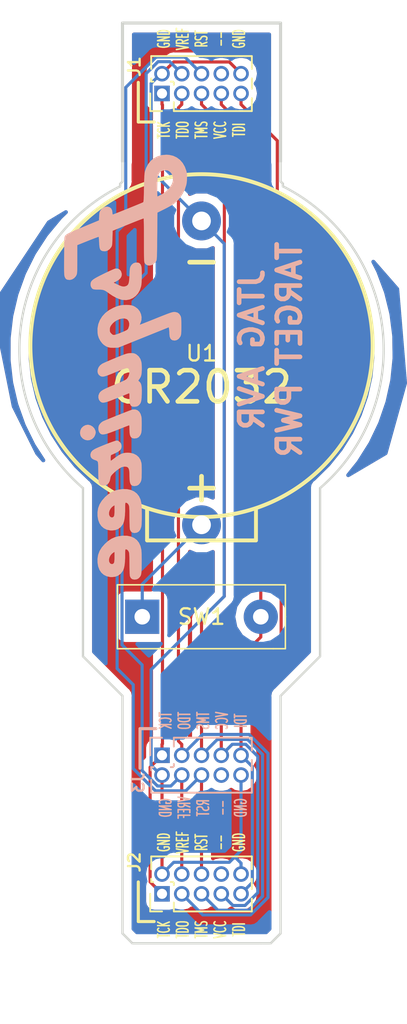
<source format=kicad_pcb>
(kicad_pcb (version 20171130) (host pcbnew "(5.0.0)")

  (general
    (thickness 1.6)
    (drawings 45)
    (tracks 105)
    (zones 0)
    (modules 6)
    (nets 10)
  )

  (page A4)
  (layers
    (0 F.Cu signal)
    (31 B.Cu signal)
    (32 B.Adhes user)
    (33 F.Adhes user)
    (34 B.Paste user)
    (35 F.Paste user)
    (36 B.SilkS user)
    (37 F.SilkS user)
    (38 B.Mask user)
    (39 F.Mask user)
    (40 Dwgs.User user)
    (41 Cmts.User user)
    (42 Eco1.User user)
    (43 Eco2.User user)
    (44 Edge.Cuts user)
    (45 Margin user)
    (46 B.CrtYd user)
    (47 F.CrtYd user)
    (48 B.Fab user)
    (49 F.Fab user)
  )

  (setup
    (last_trace_width 0.2)
    (trace_clearance 0.1)
    (zone_clearance 0.508)
    (zone_45_only no)
    (trace_min 0.15)
    (segment_width 0.2)
    (edge_width 0.15)
    (via_size 0.8)
    (via_drill 0.4)
    (via_min_size 0.4)
    (via_min_drill 0.3)
    (uvia_size 0.3)
    (uvia_drill 0.1)
    (uvias_allowed no)
    (uvia_min_size 0.2)
    (uvia_min_drill 0.1)
    (pcb_text_width 0.3)
    (pcb_text_size 1.5 1.5)
    (mod_edge_width 0.15)
    (mod_text_size 1 1)
    (mod_text_width 0.15)
    (pad_size 1.524 1.524)
    (pad_drill 0.762)
    (pad_to_mask_clearance 0.2)
    (aux_axis_origin 0 0)
    (visible_elements FFFFFF7F)
    (pcbplotparams
      (layerselection 0x010fc_ffffffff)
      (usegerberextensions false)
      (usegerberattributes false)
      (usegerberadvancedattributes false)
      (creategerberjobfile false)
      (excludeedgelayer true)
      (linewidth 0.100000)
      (plotframeref false)
      (viasonmask false)
      (mode 1)
      (useauxorigin false)
      (hpglpennumber 1)
      (hpglpenspeed 20)
      (hpglpendiameter 15.000000)
      (psnegative false)
      (psa4output false)
      (plotreference true)
      (plotvalue true)
      (plotinvisibletext false)
      (padsonsilk false)
      (subtractmaskfromsilk false)
      (outputformat 1)
      (mirror false)
      (drillshape 0)
      (scaleselection 1)
      (outputdirectory "15MAR20/"))
  )

  (net 0 "")
  (net 1 GND)
  (net 2 TDI)
  (net 3 VCC)
  (net 4 RST)
  (net 5 TMS)
  (net 6 VREF)
  (net 7 TDO)
  (net 8 TCK)
  (net 9 "Net-(SW1-Pad1)")

  (net_class Default "This is the default net class."
    (clearance 0.1)
    (trace_width 0.2)
    (via_dia 0.8)
    (via_drill 0.4)
    (uvia_dia 0.3)
    (uvia_drill 0.1)
    (add_net GND)
    (add_net "Net-(SW1-Pad1)")
    (add_net RST)
    (add_net TCK)
    (add_net TDI)
    (add_net TDO)
    (add_net TMS)
    (add_net VCC)
    (add_net VREF)
  )

  (module Pin_Headers:Pin_Header_Straight_2x05_Pitch1.27mm (layer F.Cu) (tedit 5E6E6953) (tstamp 5E72648B)
    (at 149.86 87.07 90)
    (descr "Through hole straight pin header, 2x05, 1.27mm pitch, double rows")
    (tags "Through hole pin header THT 2x05 1.27mm double row")
    (path /5E742A86)
    (fp_text reference J1 (at 1.726 -1.778 270) (layer F.SilkS)
      (effects (font (size 0.75 0.75) (thickness 0.15)))
    )
    (fp_text value AVR-JTAG-10 (at 0.635 6.775 90) (layer F.Fab)
      (effects (font (size 1 1) (thickness 0.15)))
    )
    (fp_text user %R (at 0.635 2.54 180) (layer F.Fab)
      (effects (font (size 1 1) (thickness 0.15)))
    )
    (fp_line (start 2.85 -1.15) (end -1.6 -1.15) (layer F.CrtYd) (width 0.05))
    (fp_line (start 2.85 6.25) (end 2.85 -1.15) (layer F.CrtYd) (width 0.05))
    (fp_line (start -1.6 6.25) (end 2.85 6.25) (layer F.CrtYd) (width 0.05))
    (fp_line (start -1.6 -1.15) (end -1.6 6.25) (layer F.CrtYd) (width 0.05))
    (fp_line (start -1.13 -0.76) (end 0 -0.76) (layer F.SilkS) (width 0.12))
    (fp_line (start -1.13 0) (end -1.13 -0.76) (layer F.SilkS) (width 0.12))
    (fp_line (start 1.57753 -0.695) (end 2.4 -0.695) (layer F.SilkS) (width 0.12))
    (fp_line (start 0.76 -0.695) (end 0.96247 -0.695) (layer F.SilkS) (width 0.12))
    (fp_line (start 0.76 -0.563471) (end 0.76 -0.695) (layer F.SilkS) (width 0.12))
    (fp_line (start 0.76 0.706529) (end 0.76 0.563471) (layer F.SilkS) (width 0.12))
    (fp_line (start 0.563471 0.76) (end 0.706529 0.76) (layer F.SilkS) (width 0.12))
    (fp_line (start -1.13 0.76) (end -0.563471 0.76) (layer F.SilkS) (width 0.12))
    (fp_line (start 2.4 -0.695) (end 2.4 5.775) (layer F.SilkS) (width 0.12))
    (fp_line (start -1.13 0.76) (end -1.13 5.775) (layer F.SilkS) (width 0.12))
    (fp_line (start 0.30753 5.775) (end 0.96247 5.775) (layer F.SilkS) (width 0.12))
    (fp_line (start 1.57753 5.775) (end 2.4 5.775) (layer F.SilkS) (width 0.12))
    (fp_line (start -1.13 5.775) (end -0.30753 5.775) (layer F.SilkS) (width 0.12))
    (fp_line (start -1.07 0.2175) (end -0.2175 -0.635) (layer F.Fab) (width 0.1))
    (fp_line (start -1.07 5.715) (end -1.07 0.2175) (layer F.Fab) (width 0.1))
    (fp_line (start 2.34 5.715) (end -1.07 5.715) (layer F.Fab) (width 0.1))
    (fp_line (start 2.34 -0.635) (end 2.34 5.715) (layer F.Fab) (width 0.1))
    (fp_line (start -0.2175 -0.635) (end 2.34 -0.635) (layer F.Fab) (width 0.1))
    (pad 10 thru_hole oval (at 1.27 5.08 90) (size 1 1) (drill 0.65) (layers *.Cu *.Mask)
      (net 1 GND))
    (pad 9 thru_hole oval (at 0 5.08 90) (size 1 1) (drill 0.65) (layers *.Cu *.Mask)
      (net 2 TDI))
    (pad 8 thru_hole oval (at 1.27 3.81 90) (size 1 1) (drill 0.65) (layers *.Cu *.Mask))
    (pad 7 thru_hole oval (at 0 3.81 90) (size 1 1) (drill 0.65) (layers *.Cu *.Mask)
      (net 3 VCC))
    (pad 6 thru_hole oval (at 1.27 2.54 90) (size 1 1) (drill 0.65) (layers *.Cu *.Mask)
      (net 4 RST))
    (pad 5 thru_hole oval (at 0 2.54 90) (size 1 1) (drill 0.65) (layers *.Cu *.Mask)
      (net 5 TMS))
    (pad 4 thru_hole oval (at 1.27 1.27 90) (size 1 1) (drill 0.65) (layers *.Cu *.Mask)
      (net 6 VREF))
    (pad 3 thru_hole oval (at 0 1.27 90) (size 1 1) (drill 0.65) (layers *.Cu *.Mask)
      (net 7 TDO))
    (pad 2 thru_hole oval (at 1.27 0 90) (size 1 1) (drill 0.65) (layers *.Cu *.Mask)
      (net 1 GND))
    (pad 1 thru_hole rect (at 0 0 90) (size 1 1) (drill 0.65) (layers *.Cu *.Mask)
      (net 8 TCK))
    (model ${KISYS3DMOD}/Pin_Headers.3dshapes/Pin_Header_Straight_2x05_Pitch1.27mm.wrl
      (at (xyz 0 0 0))
      (scale (xyz 1 1 1))
      (rotate (xyz 0 0 0))
    )
  )

  (module Pin_Headers:Pin_Header_Straight_2x05_Pitch1.27mm (layer F.Cu) (tedit 5E6E6880) (tstamp 5E7264B0)
    (at 149.86 138.43 90)
    (descr "Through hole straight pin header, 2x05, 1.27mm pitch, double rows")
    (tags "Through hole pin header THT 2x05 1.27mm double row")
    (path /5E742F9F)
    (fp_text reference J2 (at 2.032 -1.778 270) (layer F.SilkS)
      (effects (font (size 0.75 0.75) (thickness 0.15)))
    )
    (fp_text value AVR-JTAG-10 (at 0.635 6.775 90) (layer F.Fab)
      (effects (font (size 1 1) (thickness 0.15)))
    )
    (fp_line (start -0.2175 -0.635) (end 2.34 -0.635) (layer F.Fab) (width 0.1))
    (fp_line (start 2.34 -0.635) (end 2.34 5.715) (layer F.Fab) (width 0.1))
    (fp_line (start 2.34 5.715) (end -1.07 5.715) (layer F.Fab) (width 0.1))
    (fp_line (start -1.07 5.715) (end -1.07 0.2175) (layer F.Fab) (width 0.1))
    (fp_line (start -1.07 0.2175) (end -0.2175 -0.635) (layer F.Fab) (width 0.1))
    (fp_line (start -1.13 5.775) (end -0.30753 5.775) (layer F.SilkS) (width 0.12))
    (fp_line (start 1.57753 5.775) (end 2.4 5.775) (layer F.SilkS) (width 0.12))
    (fp_line (start 0.30753 5.775) (end 0.96247 5.775) (layer F.SilkS) (width 0.12))
    (fp_line (start -1.13 0.76) (end -1.13 5.775) (layer F.SilkS) (width 0.12))
    (fp_line (start 2.4 -0.695) (end 2.4 5.775) (layer F.SilkS) (width 0.12))
    (fp_line (start -1.13 0.76) (end -0.563471 0.76) (layer F.SilkS) (width 0.12))
    (fp_line (start 0.563471 0.76) (end 0.706529 0.76) (layer F.SilkS) (width 0.12))
    (fp_line (start 0.76 0.706529) (end 0.76 0.563471) (layer F.SilkS) (width 0.12))
    (fp_line (start 0.76 -0.563471) (end 0.76 -0.695) (layer F.SilkS) (width 0.12))
    (fp_line (start 0.76 -0.695) (end 0.96247 -0.695) (layer F.SilkS) (width 0.12))
    (fp_line (start 1.57753 -0.695) (end 2.4 -0.695) (layer F.SilkS) (width 0.12))
    (fp_line (start -1.13 0) (end -1.13 -0.76) (layer F.SilkS) (width 0.12))
    (fp_line (start -1.13 -0.76) (end 0 -0.76) (layer F.SilkS) (width 0.12))
    (fp_line (start -1.6 -1.15) (end -1.6 6.25) (layer F.CrtYd) (width 0.05))
    (fp_line (start -1.6 6.25) (end 2.85 6.25) (layer F.CrtYd) (width 0.05))
    (fp_line (start 2.85 6.25) (end 2.85 -1.15) (layer F.CrtYd) (width 0.05))
    (fp_line (start 2.85 -1.15) (end -1.6 -1.15) (layer F.CrtYd) (width 0.05))
    (fp_text user %R (at 0.635 2.54 180) (layer F.Fab)
      (effects (font (size 1 1) (thickness 0.15)))
    )
    (pad 1 thru_hole rect (at 0 0 90) (size 1 1) (drill 0.65) (layers *.Cu *.Mask)
      (net 8 TCK))
    (pad 2 thru_hole oval (at 1.27 0 90) (size 1 1) (drill 0.65) (layers *.Cu *.Mask)
      (net 1 GND))
    (pad 3 thru_hole oval (at 0 1.27 90) (size 1 1) (drill 0.65) (layers *.Cu *.Mask)
      (net 7 TDO))
    (pad 4 thru_hole oval (at 1.27 1.27 90) (size 1 1) (drill 0.65) (layers *.Cu *.Mask)
      (net 6 VREF))
    (pad 5 thru_hole oval (at 0 2.54 90) (size 1 1) (drill 0.65) (layers *.Cu *.Mask)
      (net 5 TMS))
    (pad 6 thru_hole oval (at 1.27 2.54 90) (size 1 1) (drill 0.65) (layers *.Cu *.Mask)
      (net 4 RST))
    (pad 7 thru_hole oval (at 0 3.81 90) (size 1 1) (drill 0.65) (layers *.Cu *.Mask)
      (net 3 VCC))
    (pad 8 thru_hole oval (at 1.27 3.81 90) (size 1 1) (drill 0.65) (layers *.Cu *.Mask))
    (pad 9 thru_hole oval (at 0 5.08 90) (size 1 1) (drill 0.65) (layers *.Cu *.Mask)
      (net 2 TDI))
    (pad 10 thru_hole oval (at 1.27 5.08 90) (size 1 1) (drill 0.65) (layers *.Cu *.Mask)
      (net 1 GND))
    (model ${KISYS3DMOD}/Pin_Headers.3dshapes/Pin_Header_Straight_2x05_Pitch1.27mm.wrl
      (at (xyz 0 0 0))
      (scale (xyz 1 1 1))
      (rotate (xyz 0 0 0))
    )
  )

  (module Pin_Headers:Pin_Header_Straight_2x05_Pitch1.27mm (layer B.Cu) (tedit 5E6E6965) (tstamp 5E7264D5)
    (at 149.86 129.54 270)
    (descr "Through hole straight pin header, 2x05, 1.27mm pitch, double rows")
    (tags "Through hole pin header THT 2x05 1.27mm double row")
    (path /5E74365A)
    (fp_text reference J3 (at 1.778 1.524 90) (layer B.SilkS)
      (effects (font (size 0.75 0.75) (thickness 0.15)) (justify mirror))
    )
    (fp_text value AVR-JTAG-10 (at 0.635 -6.775 270) (layer B.Fab)
      (effects (font (size 1 1) (thickness 0.15)) (justify mirror))
    )
    (fp_text user %R (at 0.635 -2.54 180) (layer B.Fab)
      (effects (font (size 1 1) (thickness 0.15)) (justify mirror))
    )
    (fp_line (start 2.85 1.15) (end -1.6 1.15) (layer B.CrtYd) (width 0.05))
    (fp_line (start 2.85 -6.25) (end 2.85 1.15) (layer B.CrtYd) (width 0.05))
    (fp_line (start -1.6 -6.25) (end 2.85 -6.25) (layer B.CrtYd) (width 0.05))
    (fp_line (start -1.6 1.15) (end -1.6 -6.25) (layer B.CrtYd) (width 0.05))
    (fp_line (start -1.13 0.76) (end 0 0.76) (layer B.SilkS) (width 0.12))
    (fp_line (start -1.13 0) (end -1.13 0.76) (layer B.SilkS) (width 0.12))
    (fp_line (start 1.57753 0.695) (end 2.4 0.695) (layer B.SilkS) (width 0.12))
    (fp_line (start 0.76 0.695) (end 0.96247 0.695) (layer B.SilkS) (width 0.12))
    (fp_line (start 0.76 0.563471) (end 0.76 0.695) (layer B.SilkS) (width 0.12))
    (fp_line (start 0.76 -0.706529) (end 0.76 -0.563471) (layer B.SilkS) (width 0.12))
    (fp_line (start 0.563471 -0.76) (end 0.706529 -0.76) (layer B.SilkS) (width 0.12))
    (fp_line (start -1.13 -0.76) (end -0.563471 -0.76) (layer B.SilkS) (width 0.12))
    (fp_line (start 2.4 0.695) (end 2.4 -5.775) (layer B.SilkS) (width 0.12))
    (fp_line (start -1.13 -0.76) (end -1.13 -5.775) (layer B.SilkS) (width 0.12))
    (fp_line (start 0.30753 -5.775) (end 0.96247 -5.775) (layer B.SilkS) (width 0.12))
    (fp_line (start 1.57753 -5.775) (end 2.4 -5.775) (layer B.SilkS) (width 0.12))
    (fp_line (start -1.13 -5.775) (end -0.30753 -5.775) (layer B.SilkS) (width 0.12))
    (fp_line (start -1.07 -0.2175) (end -0.2175 0.635) (layer B.Fab) (width 0.1))
    (fp_line (start -1.07 -5.715) (end -1.07 -0.2175) (layer B.Fab) (width 0.1))
    (fp_line (start 2.34 -5.715) (end -1.07 -5.715) (layer B.Fab) (width 0.1))
    (fp_line (start 2.34 0.635) (end 2.34 -5.715) (layer B.Fab) (width 0.1))
    (fp_line (start -0.2175 0.635) (end 2.34 0.635) (layer B.Fab) (width 0.1))
    (pad 10 thru_hole oval (at 1.27 -5.08 270) (size 1 1) (drill 0.65) (layers *.Cu *.Mask)
      (net 1 GND))
    (pad 9 thru_hole oval (at 0 -5.08 270) (size 1 1) (drill 0.65) (layers *.Cu *.Mask)
      (net 2 TDI))
    (pad 8 thru_hole oval (at 1.27 -3.81 270) (size 1 1) (drill 0.65) (layers *.Cu *.Mask))
    (pad 7 thru_hole oval (at 0 -3.81 270) (size 1 1) (drill 0.65) (layers *.Cu *.Mask)
      (net 3 VCC))
    (pad 6 thru_hole oval (at 1.27 -2.54 270) (size 1 1) (drill 0.65) (layers *.Cu *.Mask)
      (net 4 RST))
    (pad 5 thru_hole oval (at 0 -2.54 270) (size 1 1) (drill 0.65) (layers *.Cu *.Mask)
      (net 5 TMS))
    (pad 4 thru_hole oval (at 1.27 -1.27 270) (size 1 1) (drill 0.65) (layers *.Cu *.Mask)
      (net 6 VREF))
    (pad 3 thru_hole oval (at 0 -1.27 270) (size 1 1) (drill 0.65) (layers *.Cu *.Mask)
      (net 7 TDO))
    (pad 2 thru_hole oval (at 1.27 0 270) (size 1 1) (drill 0.65) (layers *.Cu *.Mask)
      (net 1 GND))
    (pad 1 thru_hole rect (at 0 0 270) (size 1 1) (drill 0.65) (layers *.Cu *.Mask)
      (net 8 TCK))
    (model ${KISYS3DMOD}/Pin_Headers.3dshapes/Pin_Header_Straight_2x05_Pitch1.27mm.wrl
      (at (xyz 0 0 0))
      (scale (xyz 1 1 1))
      (rotate (xyz 0 0 0))
    )
  )

  (module "TEST:Single Dip Siwtch" (layer F.Cu) (tedit 5C6A0EE0) (tstamp 5E7264E8)
    (at 148.59 120.65 90)
    (descr "Through hole straight pin header, 1x04, 2.54mm pitch, single row")
    (tags "Through hole pin header THT 1x04 2.54mm single row")
    (path /5E7427FF)
    (fp_text reference SW1 (at 0 3.81 180) (layer F.SilkS)
      (effects (font (size 1 1) (thickness 0.15)))
    )
    (fp_text value SW_SPST (at 0 9.95 90) (layer F.Fab)
      (effects (font (size 1 1) (thickness 0.15)))
    )
    (fp_line (start 1.8 -1.8) (end -1.8 -1.8) (layer F.CrtYd) (width 0.05))
    (fp_line (start -1.8 9.4) (end 1.8 9.4) (layer F.CrtYd) (width 0.05))
    (fp_line (start 0 -1.6) (end 1.6 -1.6) (layer F.SilkS) (width 0.1))
    (fp_line (start 2.05 -1.6) (end 1.6 -1.6) (layer F.SilkS) (width 0.1))
    (fp_line (start 1.6 -1.6) (end 2.05 -1.6) (layer F.SilkS) (width 0.1))
    (fp_line (start 2.05 -1.6) (end 2.05 8.85) (layer F.SilkS) (width 0.1))
    (fp_line (start -2.05 -1.6) (end 0 -1.6) (layer F.SilkS) (width 0.1))
    (fp_line (start -2.05 -1.6) (end -2.05 8.45) (layer F.SilkS) (width 0.1))
    (fp_line (start 0 9.2) (end 2.05 9.2) (layer F.SilkS) (width 0.1))
    (fp_line (start 2.05 9.2) (end 2.05 8.85) (layer F.SilkS) (width 0.1))
    (fp_line (start 0 9.2) (end -2 9.2) (layer F.SilkS) (width 0.1))
    (fp_line (start -2 9.2) (end -2.05 9.2) (layer F.SilkS) (width 0.1))
    (fp_line (start -2.05 9.2) (end -2.05 8.4) (layer F.SilkS) (width 0.1))
    (pad 2 thru_hole oval (at 0 7.62 90) (size 2.2 2.2) (drill 1) (layers *.Cu *.Mask)
      (net 3 VCC))
    (pad 1 thru_hole rect (at 0 0 90) (size 2.2 2.2) (drill 1) (layers *.Cu *.Mask)
      (net 9 "Net-(SW1-Pad1)"))
    (model C:/Users/Reed/Downloads/dip-switch-9.snapshot.2/DIP-1.STEP
      (offset (xyz 1.5 -8.800000000000001 0))
      (scale (xyz 1 1 1))
      (rotate (xyz -90 0 -90))
    )
  )

  (module "TEST:CR2032 Housing" (layer F.Cu) (tedit 5B29A484) (tstamp 5E7264F7)
    (at 152.4 103.25)
    (path /5E74279B)
    (fp_text reference U1 (at 0 0.5) (layer F.SilkS)
      (effects (font (size 1 1) (thickness 0.15)))
    )
    (fp_text value Bat (at 0 -0.5) (layer F.Fab)
      (effects (font (size 1 1) (thickness 0.15)))
    )
    (fp_text user CR2032 (at 0 2.667) (layer F.SilkS)
      (effects (font (size 2 2) (thickness 0.3)))
    )
    (fp_text user - (at 0 -5.5) (layer F.SilkS)
      (effects (font (size 2 2) (thickness 0.3)))
    )
    (fp_text user + (at 0 9) (layer F.SilkS)
      (effects (font (size 2 2) (thickness 0.3)))
    )
    (fp_line (start 0 12.5) (end -3.5 12.5) (layer F.SilkS) (width 0.25))
    (fp_line (start -3.5 12.5) (end -3.5 10.5) (layer F.SilkS) (width 0.25))
    (fp_line (start 0 12.5) (end 3 12.5) (layer F.SilkS) (width 0.25))
    (fp_line (start 3 12.5) (end 3.5 12.5) (layer F.SilkS) (width 0.25))
    (fp_line (start 3.5 12.5) (end 3.5 10.5) (layer F.SilkS) (width 0.25))
    (fp_circle (center 0 0) (end 11 0) (layer F.SilkS) (width 0.25))
    (pad 1 thru_hole circle (at 0 -8) (size 2.5 2.5) (drill 1.2) (layers *.Cu *.Mask)
      (net 1 GND))
    (pad 2 thru_hole circle (at 0 11.5) (size 2.5 2.5) (drill 1.2) (layers *.Cu *.Mask)
      (net 9 "Net-(SW1-Pad1)"))
  )

  (module "TEST:Esquiree 30mm" (layer B.Cu) (tedit 0) (tstamp 5E732791)
    (at 147.32 104.775 270)
    (fp_text reference G*** (at 0 0 270) (layer B.SilkS) hide
      (effects (font (size 1.524 1.524) (thickness 0.3)) (justify mirror))
    )
    (fp_text value LOGO (at 0.75 0 270) (layer B.SilkS) hide
      (effects (font (size 1.524 1.524) (thickness 0.3)) (justify mirror))
    )
    (fp_poly (pts (xy 4.225496 2.702395) (xy 4.326306 2.652903) (xy 4.445321 2.540914) (xy 4.520306 2.40526)
      (xy 4.550597 2.256964) (xy 4.535528 2.107051) (xy 4.474434 1.966542) (xy 4.374581 1.853002)
      (xy 4.281247 1.793304) (xy 4.168927 1.747172) (xy 4.064085 1.724671) (xy 4.035777 1.724139)
      (xy 3.977731 1.733744) (xy 3.917 1.749451) (xy 3.783483 1.81672) (xy 3.671967 1.924034)
      (xy 3.593113 2.057137) (xy 3.557585 2.201768) (xy 3.556619 2.231411) (xy 3.583844 2.380736)
      (xy 3.656975 2.519981) (xy 3.766045 2.631068) (xy 3.783846 2.643497) (xy 3.924606 2.707116)
      (xy 4.077411 2.726846) (xy 4.225496 2.702395)) (layer B.SilkS) (width 0.01))
    (fp_poly (pts (xy 12.401321 1.600764) (xy 12.652 1.558996) (xy 12.867433 1.476537) (xy 13.044889 1.356116)
      (xy 13.181639 1.20046) (xy 13.274951 1.012296) (xy 13.322097 0.794352) (xy 13.327508 0.675568)
      (xy 13.300793 0.460137) (xy 13.22515 0.270514) (xy 13.103073 0.11074) (xy 12.937053 -0.015145)
      (xy 12.884331 -0.043136) (xy 12.754897 -0.090967) (xy 12.58445 -0.12693) (xy 12.369109 -0.151508)
      (xy 12.104996 -0.165183) (xy 11.8745 -0.168568) (xy 11.733013 -0.16956) (xy 11.638572 -0.172781)
      (xy 11.581783 -0.179763) (xy 11.553253 -0.192038) (xy 11.543587 -0.211138) (xy 11.542889 -0.222651)
      (xy 11.568878 -0.300065) (xy 11.638471 -0.370311) (xy 11.7376 -0.420156) (xy 11.800849 -0.430976)
      (xy 11.915135 -0.439765) (xy 12.075083 -0.446299) (xy 12.275314 -0.450356) (xy 12.4996 -0.451713)
      (xy 12.696706 -0.452979) (xy 12.879326 -0.456449) (xy 13.038149 -0.461769) (xy 13.163866 -0.468586)
      (xy 13.247168 -0.476548) (xy 13.270216 -0.480907) (xy 13.386445 -0.5352) (xy 13.457597 -0.62222)
      (xy 13.485112 -0.744202) (xy 13.483567 -0.812013) (xy 13.46573 -0.92179) (xy 13.427003 -1.002527)
      (xy 13.38907 -1.048322) (xy 13.336907 -1.100516) (xy 13.285114 -1.141323) (xy 13.226055 -1.172223)
      (xy 13.152092 -1.194697) (xy 13.055588 -1.210225) (xy 12.928904 -1.220286) (xy 12.764404 -1.226362)
      (xy 12.55445 -1.229931) (xy 12.446 -1.231087) (xy 12.244664 -1.231796) (xy 12.050072 -1.230219)
      (xy 11.873404 -1.226617) (xy 11.725838 -1.221254) (xy 11.618553 -1.214392) (xy 11.586699 -1.210926)
      (xy 11.337293 -1.153404) (xy 11.125497 -1.054816) (xy 10.9526 -0.917306) (xy 10.819895 -0.743015)
      (xy 10.728671 -0.534085) (xy 10.680218 -0.292659) (xy 10.675828 -0.02088) (xy 10.709962 0.244462)
      (xy 10.775148 0.491761) (xy 10.782434 0.508) (xy 11.706679 0.508) (xy 12.02695 0.508416)
      (xy 12.192705 0.512157) (xy 12.320765 0.522414) (xy 12.403079 0.538448) (xy 12.417777 0.544338)
      (xy 12.481103 0.602532) (xy 12.500547 0.680712) (xy 12.475603 0.762746) (xy 12.426378 0.817955)
      (xy 12.323419 0.865602) (xy 12.199568 0.87171) (xy 12.067187 0.840351) (xy 11.938639 0.775595)
      (xy 11.826286 0.681511) (xy 11.763486 0.599722) (xy 11.706679 0.508) (xy 10.782434 0.508)
      (xy 10.875273 0.714901) (xy 11.01712 0.926126) (xy 11.20151 1.131732) (xy 11.425062 1.327663)
      (xy 11.652916 1.469753) (xy 11.891617 1.560561) (xy 12.147711 1.602647) (xy 12.401321 1.600764)) (layer B.SilkS) (width 0.01))
    (fp_poly (pts (xy 9.409765 1.600764) (xy 9.660444 1.558996) (xy 9.875877 1.476537) (xy 10.053334 1.356116)
      (xy 10.190083 1.20046) (xy 10.283396 1.012296) (xy 10.330542 0.794352) (xy 10.335952 0.675568)
      (xy 10.309237 0.460137) (xy 10.233595 0.270514) (xy 10.111518 0.11074) (xy 9.945497 -0.015145)
      (xy 9.892775 -0.043136) (xy 9.763342 -0.090967) (xy 9.592894 -0.12693) (xy 9.377554 -0.151508)
      (xy 9.11344 -0.165183) (xy 8.882944 -0.168568) (xy 8.741457 -0.16956) (xy 8.647016 -0.172781)
      (xy 8.590227 -0.179763) (xy 8.561697 -0.192038) (xy 8.552031 -0.211138) (xy 8.551333 -0.222651)
      (xy 8.577323 -0.300065) (xy 8.646915 -0.370311) (xy 8.746044 -0.420156) (xy 8.809293 -0.430976)
      (xy 8.92358 -0.439765) (xy 9.083527 -0.446299) (xy 9.283758 -0.450356) (xy 9.508044 -0.451713)
      (xy 9.705151 -0.452979) (xy 9.88777 -0.456449) (xy 10.046593 -0.461769) (xy 10.17231 -0.468586)
      (xy 10.255612 -0.476548) (xy 10.27866 -0.480907) (xy 10.39458 -0.538911) (xy 10.46963 -0.633542)
      (xy 10.498509 -0.757867) (xy 10.498666 -0.768596) (xy 10.474375 -0.922497) (xy 10.402548 -1.046979)
      (xy 10.284755 -1.140451) (xy 10.122567 -1.201326) (xy 10.058297 -1.214199) (xy 9.965922 -1.223747)
      (xy 9.828918 -1.23075) (xy 9.659041 -1.235244) (xy 9.468047 -1.237263) (xy 9.267692 -1.236844)
      (xy 9.069732 -1.234022) (xy 8.885924 -1.228831) (xy 8.728024 -1.221307) (xy 8.607788 -1.211486)
      (xy 8.593666 -1.209809) (xy 8.350107 -1.154659) (xy 8.141285 -1.056665) (xy 7.969058 -0.918861)
      (xy 7.835283 -0.744282) (xy 7.741819 -0.535962) (xy 7.690522 -0.296935) (xy 7.68325 -0.030237)
      (xy 7.714901 0.225778) (xy 7.777556 0.47266) (xy 7.792573 0.508) (xy 8.715123 0.508)
      (xy 9.035395 0.508416) (xy 9.201149 0.512157) (xy 9.329209 0.522414) (xy 9.411524 0.538448)
      (xy 9.426222 0.544338) (xy 9.489547 0.602532) (xy 9.508992 0.680712) (xy 9.484048 0.762746)
      (xy 9.434822 0.817955) (xy 9.331864 0.865602) (xy 9.208013 0.87171) (xy 9.075632 0.840351)
      (xy 8.947083 0.775595) (xy 8.83473 0.681511) (xy 8.77193 0.599722) (xy 8.715123 0.508)
      (xy 7.792573 0.508) (xy 7.870364 0.691057) (xy 8.000949 0.894917) (xy 8.176933 1.098189)
      (xy 8.209954 1.131732) (xy 8.433507 1.327663) (xy 8.66136 1.469753) (xy 8.900061 1.560561)
      (xy 9.156156 1.602647) (xy 9.409765 1.600764)) (layer B.SilkS) (width 0.01))
    (fp_poly (pts (xy 5.622362 2.036241) (xy 5.719916 1.963634) (xy 5.791796 1.841407) (xy 5.815003 1.773629)
      (xy 5.857238 1.66348) (xy 5.908646 1.600076) (xy 5.927892 1.588139) (xy 5.978484 1.574501)
      (xy 6.071677 1.564332) (xy 6.211123 1.557435) (xy 6.40047 1.553612) (xy 6.583739 1.552638)
      (xy 6.809063 1.551302) (xy 6.985305 1.546789) (xy 7.119798 1.537805) (xy 7.219873 1.523057)
      (xy 7.292863 1.501252) (xy 7.346098 1.471096) (xy 7.386912 1.431295) (xy 7.404645 1.407813)
      (xy 7.440735 1.31569) (xy 7.44906 1.198098) (xy 7.430147 1.078408) (xy 7.395364 0.996204)
      (xy 7.301883 0.894406) (xy 7.16388 0.82403) (xy 7.001974 0.786989) (xy 6.910134 0.768871)
      (xy 6.837761 0.737194) (xy 6.763471 0.680476) (xy 6.709246 0.62981) (xy 6.597632 0.512568)
      (xy 6.486807 0.380304) (xy 6.387737 0.247458) (xy 6.311386 0.128466) (xy 6.27732 0.061119)
      (xy 6.249765 -0.035259) (xy 6.237188 -0.139302) (xy 6.237111 -0.146413) (xy 6.245756 -0.249017)
      (xy 6.275871 -0.326652) (xy 6.333728 -0.382469) (xy 6.425598 -0.419624) (xy 6.557751 -0.441269)
      (xy 6.736458 -0.450559) (xy 6.843889 -0.451555) (xy 7.056913 -0.457292) (xy 7.219986 -0.476351)
      (xy 7.338607 -0.511507) (xy 7.418274 -0.565535) (xy 7.464486 -0.641207) (xy 7.482741 -0.741299)
      (xy 7.483592 -0.774298) (xy 7.461852 -0.92324) (xy 7.394383 -1.041879) (xy 7.277811 -1.135476)
      (xy 7.238526 -1.156616) (xy 7.183145 -1.18248) (xy 7.129811 -1.201249) (xy 7.068038 -1.214203)
      (xy 6.987343 -1.222623) (xy 6.87724 -1.227792) (xy 6.727244 -1.230991) (xy 6.618111 -1.232445)
      (xy 6.44842 -1.233011) (xy 6.288654 -1.230857) (xy 6.151568 -1.226353) (xy 6.049919 -1.219868)
      (xy 6.009088 -1.214801) (xy 5.808391 -1.152341) (xy 5.640383 -1.045843) (xy 5.507943 -0.8992)
      (xy 5.413951 -0.716307) (xy 5.361288 -0.501057) (xy 5.350605 -0.324555) (xy 5.360332 -0.163673)
      (xy 5.38995 -0.019214) (xy 5.44473 0.121934) (xy 5.529946 0.272885) (xy 5.650868 0.446753)
      (xy 5.672147 0.475267) (xy 5.749789 0.579526) (xy 5.813147 0.666374) (xy 5.855516 0.726501)
      (xy 5.870222 0.750434) (xy 5.844466 0.756312) (xy 5.777054 0.760477) (xy 5.685892 0.762)
      (xy 5.582131 0.759218) (xy 5.521794 0.748766) (xy 5.492041 0.727492) (xy 5.484887 0.712611)
      (xy 5.465754 0.665874) (xy 5.428781 0.582919) (xy 5.380562 0.478407) (xy 5.357872 0.430193)
      (xy 5.268942 0.266222) (xy 5.178984 0.153426) (xy 5.081599 0.086792) (xy 4.970388 0.061305)
      (xy 4.890572 0.064093) (xy 4.793282 0.084223) (xy 4.718563 0.127953) (xy 4.661381 0.183861)
      (xy 4.603187 0.254087) (xy 4.577902 0.311954) (xy 4.576313 0.38267) (xy 4.57898 0.409282)
      (xy 4.593956 0.472582) (xy 4.6276 0.578108) (xy 4.676172 0.716276) (xy 4.735932 0.877508)
      (xy 4.80314 1.05222) (xy 4.874055 1.230832) (xy 4.944938 1.403762) (xy 5.012049 1.56143)
      (xy 5.071648 1.694254) (xy 5.116092 1.785247) (xy 5.209877 1.927042) (xy 5.317694 2.016513)
      (xy 5.444171 2.056993) (xy 5.498035 2.060222) (xy 5.622362 2.036241)) (layer B.SilkS) (width 0.01))
    (fp_poly (pts (xy 3.887735 1.544092) (xy 4.007513 1.507886) (xy 4.026921 1.497183) (xy 4.089893 1.452898)
      (xy 4.135988 1.40322) (xy 4.164493 1.34272) (xy 4.174697 1.26597) (xy 4.165887 1.16754)
      (xy 4.137352 1.042002) (xy 4.08838 0.883927) (xy 4.018258 0.687886) (xy 3.926276 0.44845)
      (xy 3.871075 0.30878) (xy 3.795978 0.119255) (xy 3.728223 -0.05305) (xy 3.670493 -0.201205)
      (xy 3.625471 -0.318282) (xy 3.595841 -0.397351) (xy 3.584285 -0.431483) (xy 3.584222 -0.432053)
      (xy 3.610443 -0.440264) (xy 3.681117 -0.446769) (xy 3.784257 -0.450734) (xy 3.864607 -0.451555)
      (xy 4.064712 -0.458973) (xy 4.215395 -0.483238) (xy 4.321956 -0.52737) (xy 4.389697 -0.594387)
      (xy 4.423919 -0.687309) (xy 4.430783 -0.773975) (xy 4.410927 -0.924083) (xy 4.348312 -1.040762)
      (xy 4.23799 -1.131821) (xy 4.186702 -1.159323) (xy 4.128626 -1.185116) (xy 4.070392 -1.203536)
      (xy 4.000718 -1.216011) (xy 3.90832 -1.223971) (xy 3.781917 -1.228842) (xy 3.612444 -1.232022)
      (xy 3.449267 -1.232733) (xy 3.295374 -1.230415) (xy 3.164539 -1.225487) (xy 3.070539 -1.218365)
      (xy 3.045261 -1.214804) (xy 2.861686 -1.160791) (xy 2.72042 -1.07492) (xy 2.62418 -0.960419)
      (xy 2.575682 -0.820517) (xy 2.577547 -0.659022) (xy 2.591033 -0.614127) (xy 2.622978 -0.524582)
      (xy 2.670379 -0.397942) (xy 2.730231 -0.241759) (xy 2.799529 -0.063589) (xy 2.875269 0.129015)
      (xy 2.954447 0.328499) (xy 3.034057 0.527309) (xy 3.111096 0.71789) (xy 3.182558 0.892689)
      (xy 3.24544 1.044152) (xy 3.296737 1.164724) (xy 3.333444 1.246852) (xy 3.34479 1.27)
      (xy 3.415082 1.367517) (xy 3.512065 1.457474) (xy 3.612488 1.518667) (xy 3.621337 1.522205)
      (xy 3.750418 1.549395) (xy 3.887735 1.544092)) (layer B.SilkS) (width 0.01))
    (fp_poly (pts (xy 0.243031 1.582287) (xy 0.348336 1.523096) (xy 0.4268 1.423736) (xy 0.439352 1.396786)
      (xy 0.457024 1.342545) (xy 0.463583 1.283251) (xy 0.457172 1.211704) (xy 0.435936 1.120702)
      (xy 0.39802 1.003045) (xy 0.341568 0.851533) (xy 0.264725 0.658966) (xy 0.222841 0.556614)
      (xy 0.12784 0.324022) (xy 0.053294 0.137472) (xy -0.002854 -0.008755) (xy -0.042659 -0.120379)
      (xy -0.068175 -0.20312) (xy -0.081459 -0.262697) (xy -0.084667 -0.299151) (xy -0.060948 -0.372027)
      (xy 0.003277 -0.420838) (xy 0.097606 -0.445905) (xy 0.21164 -0.447546) (xy 0.334978 -0.426082)
      (xy 0.457221 -0.381834) (xy 0.567968 -0.31512) (xy 0.611408 -0.277734) (xy 0.647013 -0.234543)
      (xy 0.688788 -0.166055) (xy 0.739339 -0.066809) (xy 0.801273 0.068654) (xy 0.877196 0.245795)
      (xy 0.969714 0.470074) (xy 0.977379 0.488908) (xy 1.079695 0.737463) (xy 1.16592 0.938846)
      (xy 1.23933 1.098899) (xy 1.303201 1.223469) (xy 1.36081 1.3184) (xy 1.415432 1.389536)
      (xy 1.470343 1.442722) (xy 1.528819 1.483803) (xy 1.538111 1.489288) (xy 1.676213 1.541464)
      (xy 1.818641 1.547284) (xy 1.950717 1.508091) (xy 2.040995 1.443309) (xy 2.085068 1.393374)
      (xy 2.115546 1.340634) (xy 2.131323 1.279083) (xy 2.131292 1.202719) (xy 2.114347 1.105535)
      (xy 2.079383 0.98153) (xy 2.025293 0.824698) (xy 1.950972 0.629035) (xy 1.855312 0.388538)
      (xy 1.839417 0.349123) (xy 1.762956 0.159674) (xy 1.692892 -0.01408) (xy 1.632172 -0.16482)
      (xy 1.583741 -0.285225) (xy 1.550547 -0.367976) (xy 1.535537 -0.405752) (xy 1.535511 -0.405821)
      (xy 1.533527 -0.426421) (xy 1.552602 -0.439795) (xy 1.601812 -0.447457) (xy 1.690236 -0.450925)
      (xy 1.810258 -0.451713) (xy 2.013834 -0.457012) (xy 2.167424 -0.474968) (xy 2.276731 -0.509042)
      (xy 2.34746 -0.562697) (xy 2.385314 -0.639393) (xy 2.395998 -0.742591) (xy 2.392926 -0.805295)
      (xy 2.376296 -0.914695) (xy 2.341905 -0.993417) (xy 2.297737 -1.048322) (xy 2.231983 -1.110341)
      (xy 2.161418 -1.156301) (xy 2.075904 -1.188951) (xy 1.965303 -1.211041) (xy 1.819477 -1.225321)
      (xy 1.628288 -1.23454) (xy 1.608666 -1.23521) (xy 1.372594 -1.23923) (xy 1.185568 -1.23301)
      (xy 1.04093 -1.215416) (xy 0.932023 -1.185317) (xy 0.852188 -1.14158) (xy 0.807155 -1.098873)
      (xy 0.758143 -1.045557) (xy 0.724113 -1.017341) (xy 0.719833 -1.016) (xy 0.689308 -1.032215)
      (xy 0.631765 -1.073377) (xy 0.597515 -1.100164) (xy 0.472583 -1.172841) (xy 0.341318 -1.213053)
      (xy 0.223136 -1.227671) (xy 0.069748 -1.235887) (xy -0.099079 -1.237719) (xy -0.263574 -1.233181)
      (xy -0.40397 -1.222289) (xy -0.470077 -1.212387) (xy -0.664367 -1.148267) (xy -0.827552 -1.041495)
      (xy -0.953073 -0.897199) (xy -1.009397 -0.790451) (xy -1.034804 -0.691144) (xy -1.040996 -0.554491)
      (xy -1.037924 -0.480007) (xy -1.032245 -0.411808) (xy -1.02212 -0.344769) (xy -1.005037 -0.271294)
      (xy -0.97848 -0.183785) (xy -0.939938 -0.074647) (xy -0.886895 0.063718) (xy -0.816838 0.238906)
      (xy -0.727874 0.457001) (xy -0.646262 0.654064) (xy -0.567562 0.840392) (xy -0.495415 1.007648)
      (xy -0.43346 1.147495) (xy -0.385339 1.251597) (xy -0.354843 1.311356) (xy -0.257305 1.437733)
      (xy -0.139283 1.529034) (xy -0.010244 1.584238) (xy 0.120349 1.602329) (xy 0.243031 1.582287)) (layer B.SilkS) (width 0.01))
    (fp_poly (pts (xy -5.283242 2.015) (xy -5.19278 1.952453) (xy -5.170723 1.924859) (xy -5.147334 1.875759)
      (xy -5.132488 1.806567) (xy -5.12463 1.705365) (xy -5.122202 1.560236) (xy -5.122196 1.553433)
      (xy -5.120141 1.413841) (xy -5.110704 1.304243) (xy -5.088763 1.210781) (xy -5.049191 1.119596)
      (xy -4.986865 1.016829) (xy -4.896659 0.888621) (xy -4.855627 0.832556) (xy -4.718567 0.626585)
      (xy -4.603439 0.414536) (xy -4.516689 0.210014) (xy -4.464762 0.026622) (xy -4.459562 -0.003415)
      (xy -4.449511 -0.241113) (xy -4.491036 -0.46454) (xy -4.580033 -0.668676) (xy -4.712396 -0.848501)
      (xy -4.884021 -0.998996) (xy -5.090804 -1.115139) (xy -5.328639 -1.191911) (xy -5.448436 -1.212766)
      (xy -5.559 -1.223014) (xy -5.703421 -1.230522) (xy -5.869238 -1.235271) (xy -6.043988 -1.237245)
      (xy -6.21521 -1.236427) (xy -6.370442 -1.232797) (xy -6.497221 -1.22634) (xy -6.583086 -1.217038)
      (xy -6.596238 -1.214376) (xy -6.728191 -1.164406) (xy -6.811619 -1.087817) (xy -6.845899 -1.001104)
      (xy -6.851595 -0.840458) (xy -6.80604 -0.701695) (xy -6.711102 -0.588731) (xy -6.620856 -0.529459)
      (xy -6.568132 -0.505835) (xy -6.507574 -0.488247) (xy -6.428718 -0.475277) (xy -6.321102 -0.46551)
      (xy -6.174265 -0.457529) (xy -6.053667 -0.452659) (xy -5.840789 -0.442049) (xy -5.67684 -0.426594)
      (xy -5.554365 -0.404014) (xy -5.465907 -0.37203) (xy -5.404009 -0.328362) (xy -5.361217 -0.270732)
      (xy -5.344639 -0.235932) (xy -5.314849 -0.140685) (xy -5.309747 -0.045081) (xy -5.331394 0.063279)
      (xy -5.381849 0.196796) (xy -5.435717 0.312493) (xy -5.565655 0.578556) (xy -5.6488 0.403484)
      (xy -5.748362 0.238624) (xy -5.864789 0.123464) (xy -5.994261 0.05952) (xy -6.132957 0.048313)
      (xy -6.277056 0.091358) (xy -6.341709 0.128218) (xy -6.424447 0.214224) (xy -6.466648 0.330223)
      (xy -6.463523 0.462528) (xy -6.46169 0.47113) (xy -6.442242 0.528107) (xy -6.401322 0.627105)
      (xy -6.342727 0.75967) (xy -6.270252 0.917351) (xy -6.187693 1.091694) (xy -6.124838 1.221357)
      (xy -6.01271 1.447406) (xy -5.919326 1.627314) (xy -5.840654 1.766589) (xy -5.772662 1.870736)
      (xy -5.711319 1.945261) (xy -5.652594 1.995669) (xy -5.592453 2.027467) (xy -5.526867 2.046161)
      (xy -5.519888 2.047515) (xy -5.399131 2.049095) (xy -5.283242 2.015)) (layer B.SilkS) (width 0.01))
    (fp_poly (pts (xy -2.345709 1.599707) (xy -2.189942 1.576149) (xy -2.01251 1.519055) (xy -1.834278 1.424486)
      (xy -1.675493 1.304918) (xy -1.573496 1.196308) (xy -1.47972 1.054588) (xy -1.420344 0.912056)
      (xy -1.390792 0.752198) (xy -1.386486 0.558502) (xy -1.387708 0.526117) (xy -1.399003 0.267855)
      (xy -2.051631 -1.354795) (xy -2.704258 -2.977444) (xy -2.586851 -2.996519) (xy -2.493123 -3.007254)
      (xy -2.373546 -3.015077) (xy -2.286 -3.01773) (xy -2.113697 -3.03371) (xy -1.987756 -3.078147)
      (xy -1.904889 -3.152648) (xy -1.87178 -3.220333) (xy -1.852069 -3.363284) (xy -1.885071 -3.497434)
      (xy -1.967076 -3.615503) (xy -2.094372 -3.710209) (xy -2.130778 -3.728436) (xy -2.178165 -3.747115)
      (xy -2.23363 -3.760814) (xy -2.306322 -3.770266) (xy -2.405391 -3.776207) (xy -2.539984 -3.77937)
      (xy -2.71925 -3.78049) (xy -2.779889 -3.780538) (xy -2.973542 -3.77987) (xy -3.119969 -3.77737)
      (xy -3.228377 -3.772297) (xy -3.307976 -3.763908) (xy -3.367973 -3.751462) (xy -3.417576 -3.734216)
      (xy -3.431792 -3.728002) (xy -3.560987 -3.64461) (xy -3.642503 -3.532032) (xy -3.678153 -3.387345)
      (xy -3.68011 -3.327054) (xy -3.677105 -3.279785) (xy -3.668034 -3.22479) (xy -3.650968 -3.15656)
      (xy -3.623977 -3.069586) (xy -3.585134 -2.95836) (xy -3.532509 -2.817374) (xy -3.464172 -2.641118)
      (xy -3.378196 -2.424084) (xy -3.272651 -2.160765) (xy -3.265333 -2.142577) (xy -3.174578 -1.916352)
      (xy -3.091136 -1.707015) (xy -3.017218 -1.520217) (xy -2.955039 -1.361612) (xy -2.90681 -1.236852)
      (xy -2.874745 -1.151592) (xy -2.861057 -1.111483) (xy -2.860795 -1.109131) (xy -2.888427 -1.115587)
      (xy -2.949957 -1.141008) (xy -2.993713 -1.161419) (xy -3.167205 -1.215545) (xy -3.354214 -1.22294)
      (xy -3.541653 -1.186654) (xy -3.716434 -1.109738) (xy -3.865471 -0.995241) (xy -3.907924 -0.94833)
      (xy -4.004614 -0.818009) (xy -4.070304 -0.694269) (xy -4.110136 -0.560928) (xy -4.129253 -0.401806)
      (xy -4.133077 -0.239889) (xy -4.126272 -0.038343) (xy -4.120731 0.004756) (xy -3.26734 0.004756)
      (xy -3.267199 -0.140787) (xy -3.230953 -0.263925) (xy -3.187665 -0.326095) (xy -3.079037 -0.402403)
      (xy -2.942768 -0.436789) (xy -2.790016 -0.428331) (xy -2.631937 -0.376106) (xy -2.624795 -0.372671)
      (xy -2.583176 -0.34859) (xy -2.547589 -0.315541) (xy -2.512443 -0.264278) (xy -2.472144 -0.185555)
      (xy -2.421101 -0.070127) (xy -2.37434 0.041426) (xy -2.317312 0.184001) (xy -2.267856 0.317165)
      (xy -2.230592 0.427784) (xy -2.210141 0.502726) (xy -2.208324 0.51336) (xy -2.20497 0.583963)
      (xy -2.224341 0.63884) (xy -2.275944 0.700881) (xy -2.293679 0.718879) (xy -2.359033 0.777927)
      (xy -2.417807 0.807568) (xy -2.49518 0.817655) (xy -2.5481 0.818445) (xy -2.654644 0.811629)
      (xy -2.740778 0.784857) (xy -2.83664 0.728644) (xy -2.839507 0.726722) (xy -2.971446 0.61565)
      (xy -3.083429 0.478151) (xy -3.172225 0.323992) (xy -3.234605 0.162938) (xy -3.26734 0.004756)
      (xy -4.120731 0.004756) (xy -4.103955 0.135237) (xy -4.061395 0.302031) (xy -3.993863 0.483223)
      (xy -3.948133 0.58833) (xy -3.795664 0.868447) (xy -3.611065 1.107087) (xy -3.398323 1.30201)
      (xy -3.161429 1.450974) (xy -2.904369 1.551739) (xy -2.631133 1.602064) (xy -2.345709 1.599707)) (layer B.SilkS) (width 0.01))
    (fp_poly (pts (xy -6.362675 3.749596) (xy -6.237428 3.747447) (xy -6.1413 3.743835) (xy -6.068828 3.73857)
      (xy -6.014547 3.731462) (xy -5.972993 3.722321) (xy -5.9387 3.710957) (xy -5.913378 3.700383)
      (xy -5.830642 3.65586) (xy -5.783345 3.602935) (xy -5.754721 3.530185) (xy -5.739658 3.387274)
      (xy -5.774063 3.245025) (xy -5.851986 3.114827) (xy -5.96748 3.008073) (xy -6.052499 2.959937)
      (xy -6.088796 2.945456) (xy -6.131289 2.933918) (xy -6.186475 2.924989) (xy -6.26085 2.918333)
      (xy -6.360912 2.913618) (xy -6.493158 2.910508) (xy -6.664083 2.90867) (xy -6.880186 2.907768)
      (xy -7.071342 2.907509) (xy -7.976129 2.906889) (xy -8.248997 2.224229) (xy -8.321717 2.040563)
      (xy -8.386116 1.87457) (xy -8.439572 1.733283) (xy -8.479463 1.623734) (xy -8.503169 1.552958)
      (xy -8.508417 1.52812) (xy -8.476703 1.521846) (xy -8.399665 1.51433) (xy -8.288382 1.506457)
      (xy -8.153933 1.499113) (xy -8.133726 1.49817) (xy -7.952356 1.487021) (xy -7.818892 1.470274)
      (xy -7.724837 1.444447) (xy -7.661691 1.406061) (xy -7.620956 1.351636) (xy -7.594135 1.277691)
      (xy -7.593986 1.277131) (xy -7.579346 1.120137) (xy -7.618211 0.971566) (xy -7.707662 0.838247)
      (xy -7.823153 0.74078) (xy -7.868301 0.712329) (xy -7.91138 0.691515) (xy -7.962348 0.676806)
      (xy -8.031162 0.666669) (xy -8.12778 0.65957) (xy -8.262159 0.653975) (xy -8.418474 0.649111)
      (xy -8.896681 0.635) (xy -9.298365 -0.352778) (xy -9.388259 -0.575106) (xy -9.470538 -0.781058)
      (xy -9.542944 -0.96479) (xy -9.603217 -1.120458) (xy -9.649096 -1.242218) (xy -9.678323 -1.324227)
      (xy -9.688637 -1.360639) (xy -9.68847 -1.361722) (xy -9.658809 -1.365904) (xy -9.578152 -1.369817)
      (xy -9.451944 -1.373376) (xy -9.285635 -1.3765) (xy -9.08467 -1.379105) (xy -8.854498 -1.381109)
      (xy -8.600565 -1.382429) (xy -8.328319 -1.382983) (xy -8.288613 -1.382994) (xy -7.971829 -1.383118)
      (xy -7.706552 -1.383556) (xy -7.487845 -1.384486) (xy -7.31077 -1.386085) (xy -7.17039 -1.388532)
      (xy -7.061767 -1.392003) (xy -6.979964 -1.396678) (xy -6.920044 -1.402732) (xy -6.877069 -1.410346)
      (xy -6.846102 -1.419695) (xy -6.822205 -1.430958) (xy -6.813418 -1.436101) (xy -6.723165 -1.520237)
      (xy -6.675305 -1.629184) (xy -6.667892 -1.752821) (xy -6.698984 -1.881028) (xy -6.766635 -2.003683)
      (xy -6.868902 -2.110666) (xy -6.953912 -2.167497) (xy -6.977796 -2.178139) (xy -7.010634 -2.187226)
      (xy -7.057079 -2.194938) (xy -7.121782 -2.201457) (xy -7.209395 -2.206963) (xy -7.324569 -2.211638)
      (xy -7.471957 -2.215661) (xy -7.656209 -2.219213) (xy -7.881978 -2.222476) (xy -8.153915 -2.22563)
      (xy -8.476672 -2.228855) (xy -8.550969 -2.229555) (xy -10.060494 -2.243667) (xy -10.286636 -2.69802)
      (xy -10.367808 -2.857036) (xy -10.449247 -3.009391) (xy -10.524349 -3.143232) (xy -10.586511 -3.246706)
      (xy -10.620034 -3.296406) (xy -10.810861 -3.513722) (xy -11.03972 -3.710048) (xy -11.294467 -3.877812)
      (xy -11.562957 -4.009444) (xy -11.833045 -4.097371) (xy -11.938725 -4.118595) (xy -12.126497 -4.139431)
      (xy -12.326373 -4.145402) (xy -12.518216 -4.136879) (xy -12.681886 -4.114236) (xy -12.725148 -4.104035)
      (xy -13.001628 -4.004798) (xy -13.239954 -3.867704) (xy -13.437536 -3.695928) (xy -13.59178 -3.492646)
      (xy -13.700096 -3.261033) (xy -13.759889 -3.004265) (xy -13.771515 -2.822222) (xy -13.761991 -2.710018)
      (xy -12.779252 -2.710018) (xy -12.774027 -2.863027) (xy -12.729593 -2.986042) (xy -12.640379 -3.094396)
      (xy -12.639182 -3.095514) (xy -12.525931 -3.180411) (xy -12.400912 -3.228079) (xy -12.245689 -3.245072)
      (xy -12.217675 -3.245382) (xy -12.097186 -3.23979) (xy -11.996639 -3.21799) (xy -11.886892 -3.172839)
      (xy -11.851939 -3.155736) (xy -11.660917 -3.033533) (xy -11.478951 -2.866279) (xy -11.317007 -2.665338)
      (xy -11.211278 -2.491841) (xy -11.158353 -2.389992) (xy -11.117361 -2.307606) (xy -11.094287 -2.25688)
      (xy -11.091334 -2.247373) (xy -11.117895 -2.240142) (xy -11.19101 -2.234853) (xy -11.300824 -2.231426)
      (xy -11.437481 -2.229778) (xy -11.591128 -2.229828) (xy -11.751909 -2.231493) (xy -11.90997 -2.234692)
      (xy -12.055456 -2.239342) (xy -12.178512 -2.245362) (xy -12.269283 -2.252671) (xy -12.303121 -2.257442)
      (xy -12.486678 -2.306648) (xy -12.621422 -2.37787) (xy -12.712245 -2.475758) (xy -12.764042 -2.604965)
      (xy -12.779252 -2.710018) (xy -13.761991 -2.710018) (xy -13.746729 -2.530226) (xy -13.672966 -2.265153)
      (xy -13.552106 -2.029446) (xy -13.38603 -1.825546) (xy -13.176618 -1.655895) (xy -12.925752 -1.522935)
      (xy -12.714111 -1.449485) (xy -12.653199 -1.435273) (xy -12.576968 -1.423481) (xy -12.478922 -1.413717)
      (xy -12.352562 -1.405593) (xy -12.19139 -1.398719) (xy -11.988908 -1.392705) (xy -11.738618 -1.387162)
      (xy -11.64469 -1.385375) (xy -11.390049 -1.380332) (xy -11.186283 -1.375367) (xy -11.027824 -1.370123)
      (xy -10.909103 -1.364246) (xy -10.824551 -1.357381) (xy -10.768602 -1.349174) (xy -10.735686 -1.33927)
      (xy -10.720235 -1.327314) (xy -10.719695 -1.326444) (xy -10.702139 -1.288613) (xy -10.667161 -1.206692)
      (xy -10.617641 -1.087829) (xy -10.556459 -0.939168) (xy -10.486493 -0.767855) (xy -10.410624 -0.581038)
      (xy -10.331729 -0.385861) (xy -10.252689 -0.18947) (xy -10.176383 0.000987) (xy -10.105689 0.178366)
      (xy -10.043488 0.335521) (xy -9.992657 0.465306) (xy -9.956078 0.560573) (xy -9.936628 0.614179)
      (xy -9.934223 0.62301) (xy -9.959278 0.639303) (xy -10.021925 0.648414) (xy -10.048018 0.649111)
      (xy -10.204312 0.670296) (xy -10.324026 0.731806) (xy -10.403791 0.830573) (xy -10.440237 0.96353)
      (xy -10.442223 1.007983) (xy -10.414838 1.154374) (xy -10.335733 1.288707) (xy -10.21816 1.396993)
      (xy -10.155639 1.437605) (xy -10.095839 1.463971) (xy -10.022559 1.480202) (xy -9.919597 1.490408)
      (xy -9.828842 1.495771) (xy -9.558968 1.509889) (xy -9.174541 2.441222) (xy -9.059424 2.719244)
      (xy -8.962932 2.949822) (xy -8.882656 3.137893) (xy -8.816193 3.288392) (xy -8.761134 3.406257)
      (xy -8.715074 3.496423) (xy -8.675606 3.563828) (xy -8.640325 3.613407) (xy -8.606824 3.650098)
      (xy -8.572697 3.678836) (xy -8.570463 3.6805) (xy -8.549656 3.694698) (xy -8.525626 3.706459)
      (xy -8.493101 3.716053) (xy -8.44681 3.723749) (xy -8.381478 3.729818) (xy -8.291835 3.734529)
      (xy -8.172608 3.738153) (xy -8.018525 3.740959) (xy -7.824313 3.743217) (xy -7.584701 3.745197)
      (xy -7.294416 3.747169) (xy -7.264153 3.747364) (xy -6.967782 3.749166) (xy -6.722388 3.750266)
      (xy -6.522507 3.750472) (xy -6.362675 3.749596)) (layer B.SilkS) (width 0.01))
  )

  (gr_text "GND\nVREF\nRST\n--\nGND" (at 152.511556 132.910002 90) (layer B.SilkS) (tstamp 5E73331D)
    (effects (font (size 0.75 0.4) (thickness 0.1)) (justify mirror))
  )
  (gr_line (start 148.447556 127.830002) (end 149.463556 127.830002) (layer B.SilkS) (width 0.2) (tstamp 5E73331C))
  (gr_line (start 148.447556 130.370002) (end 148.447556 127.830002) (layer B.SilkS) (width 0.2) (tstamp 5E73331B))
  (gr_text "TCK\nTDO\nTMS\nVCC\nTDI" (at 152.511556 127.322002 90) (layer B.SilkS) (tstamp 5E73331A)
    (effects (font (size 0.75 0.4) (thickness 0.1)) (justify mirror))
  )
  (gr_text "GND\nVREF\nRST\n--\nGND" (at 152.4 83.566 90) (layer F.SilkS) (tstamp 5E73331D)
    (effects (font (size 0.75 0.4) (thickness 0.1)))
  )
  (gr_line (start 148.336 88.9) (end 149.352 88.9) (layer F.SilkS) (width 0.2) (tstamp 5E73331C))
  (gr_line (start 148.336 86.36) (end 148.336 88.9) (layer F.SilkS) (width 0.2) (tstamp 5E73331B))
  (gr_text "TCK\nTDO\nTMS\nVCC\nTDI" (at 152.4 89.408 90) (layer F.SilkS) (tstamp 5E73331A)
    (effects (font (size 0.75 0.4) (thickness 0.1)))
  )
  (gr_text "GND\nVREF\nRST\n--\nGND" (at 152.4 135.128 90) (layer F.SilkS) (tstamp 5E7331AA)
    (effects (font (size 0.75 0.4) (thickness 0.1)))
  )
  (gr_text "TCK\nTDO\nTMS\nVCC\nTDI" (at 152.4 140.716 90) (layer F.SilkS)
    (effects (font (size 0.75 0.4) (thickness 0.1)))
  )
  (gr_text "JTAG AVR\nTARGET PWR" (at 156.845 103.505 90) (layer B.SilkS)
    (effects (font (size 1.5 1.5) (thickness 0.3)) (justify mirror))
  )
  (gr_line (start 148.336 140.208) (end 149.352 140.208) (layer F.SilkS) (width 0.2))
  (gr_line (start 148.336 137.668) (end 148.336 140.208) (layer F.SilkS) (width 0.2))
  (gr_line (start 157.63 93.03) (end 157.63 92.86) (layer Edge.Cuts) (width 0.15) (tstamp 5E726AFA))
  (gr_line (start 157.48 92.71) (end 157.63 92.86) (layer Edge.Cuts) (width 0.15))
  (gr_line (start 147.17 93.03) (end 147.17 92.87) (layer Edge.Cuts) (width 0.15) (tstamp 5E726AF7))
  (gr_line (start 147.32 92.72) (end 147.17 92.87) (layer Edge.Cuts) (width 0.15))
  (gr_arc (start 152.4 103.505) (end 144.780001 112.394999) (angle 112.8336542) (layer Edge.Cuts) (width 0.15) (tstamp 5E726AE6))
  (gr_arc (start 152.4 103.505) (end 160.019999 112.394999) (angle -112.8336542) (layer Edge.Cuts) (width 0.15))
  (gr_line (start 160.02 120.015) (end 160.02 112.395) (layer Edge.Cuts) (width 0.15))
  (gr_line (start 160.02 123.19) (end 160.02 120.015) (layer Edge.Cuts) (width 0.15))
  (gr_line (start 157.48 125.73) (end 160.02 123.19) (layer Edge.Cuts) (width 0.15))
  (gr_line (start 157.48 140.97) (end 157.48 125.73) (layer Edge.Cuts) (width 0.15))
  (gr_line (start 156.845 141.605) (end 157.48 140.97) (layer Edge.Cuts) (width 0.15))
  (gr_line (start 156.21 141.605) (end 156.845 141.605) (layer Edge.Cuts) (width 0.15))
  (gr_line (start 147.955 141.605) (end 156.21 141.605) (layer Edge.Cuts) (width 0.15))
  (gr_line (start 147.32 140.97) (end 147.955 141.605) (layer Edge.Cuts) (width 0.15))
  (gr_line (start 147.32 125.73) (end 147.32 140.97) (layer Edge.Cuts) (width 0.15))
  (gr_line (start 144.78 123.19) (end 147.32 125.73) (layer Edge.Cuts) (width 0.15))
  (gr_line (start 144.78 112.395) (end 144.78 123.19) (layer Edge.Cuts) (width 0.15))
  (gr_line (start 159.385 111.125) (end 160.02 111.76) (layer F.Fab) (width 0.2) (tstamp 5E726ABC))
  (gr_line (start 160.02 122.555) (end 160.02 111.76) (layer F.Fab) (width 0.2))
  (gr_line (start 157.48 125.73) (end 160.02 123.19) (layer F.Fab) (width 0.2))
  (gr_line (start 144.78 123.19) (end 144.78 111.76) (layer F.Fab) (width 0.2))
  (gr_line (start 147.32 125.73) (end 144.78 123.19) (layer F.Fab) (width 0.2))
  (gr_line (start 158.115 144.78) (end 157.48 144.145) (layer F.Fab) (width 0.2) (tstamp 5E726A9E))
  (gr_line (start 157.48 92.71) (end 157.48 144.145) (layer F.Fab) (width 0.2))
  (gr_line (start 147.32 93.345) (end 147.32 142.24) (layer F.Fab) (width 0.2))
  (gr_line (start 140.97 103.505) (end 164.465 103.505) (layer F.CrtYd) (width 0.2))
  (gr_line (start 152.4 89.535) (end 152.4 146.685) (layer B.CrtYd) (width 0.2))
  (gr_line (start 147.32 91.44) (end 147.32 92.71) (layer Edge.Cuts) (width 0.15))
  (gr_line (start 157.48 91.44) (end 157.48 92.71) (layer Edge.Cuts) (width 0.15))
  (gr_line (start 147.32 82.55) (end 147.32 91.44) (layer Edge.Cuts) (width 0.2))
  (gr_line (start 157.48 82.55) (end 157.48 91.44) (layer Edge.Cuts) (width 0.2))
  (gr_line (start 147.32 82.55) (end 157.48 82.55) (layer Edge.Cuts) (width 0.2))

  (segment (start 154.5358 136.0554) (end 154.1856 136.4056) (width 0.2) (layer B.Cu) (net 1))
  (segment (start 154.1856 136.4056) (end 150.6144 136.4056) (width 0.2) (layer B.Cu) (net 1))
  (segment (start 150.6144 136.4056) (end 149.86 137.16) (width 0.2) (layer B.Cu) (net 1))
  (segment (start 154.94 130.81) (end 154.94 135.6512) (width 0.2) (layer B.Cu) (net 1))
  (segment (start 154.94 135.6512) (end 154.5358 136.0554) (width 0.2) (layer B.Cu) (net 1))
  (segment (start 154.5358 136.0554) (end 154.94 136.4597) (width 0.2) (layer B.Cu) (net 1))
  (segment (start 154.94 137.16) (end 154.94 136.4597) (width 0.2) (layer B.Cu) (net 1))
  (segment (start 149.86 85.8) (end 149.785 85.8) (width 0.2) (layer B.Cu) (net 1))
  (segment (start 149.785 85.8) (end 149.1596 86.4254) (width 0.2) (layer B.Cu) (net 1))
  (segment (start 149.1596 86.4254) (end 149.1596 92.0096) (width 0.2) (layer B.Cu) (net 1))
  (segment (start 149.1596 92.0096) (end 152.4 95.25) (width 0.2) (layer B.Cu) (net 1))
  (segment (start 149.86 85.8) (end 150.6117 85.0483) (width 0.2) (layer F.Cu) (net 1))
  (segment (start 150.6117 85.0483) (end 154.1883 85.0483) (width 0.2) (layer F.Cu) (net 1))
  (segment (start 154.1883 85.0483) (end 154.94 85.8) (width 0.2) (layer F.Cu) (net 1))
  (segment (start 149.86 130.81) (end 149.7892 130.81) (width 0.2) (layer B.Cu) (net 1))
  (segment (start 149.7892 130.81) (end 149.1596 130.1804) (width 0.2) (layer B.Cu) (net 1))
  (segment (start 149.1596 130.1804) (end 149.1596 124.0404) (width 0.2) (layer B.Cu) (net 1))
  (segment (start 149.1596 124.0404) (end 153.8557 119.3443) (width 0.2) (layer B.Cu) (net 1))
  (segment (start 153.8557 119.3443) (end 153.8557 96.7057) (width 0.2) (layer B.Cu) (net 1))
  (segment (start 153.8557 96.7057) (end 152.4 95.25) (width 0.2) (layer B.Cu) (net 1))
  (segment (start 149.86 137.16) (end 149.86 130.81) (width 0.2) (layer F.Cu) (net 1))
  (segment (start 154.94 138.43) (end 155.6651 137.7049) (width 0.2) (layer B.Cu) (net 2))
  (segment (start 155.6651 137.7049) (end 155.6651 130.2651) (width 0.2) (layer B.Cu) (net 2))
  (segment (start 155.6651 130.2651) (end 154.94 129.54) (width 0.2) (layer B.Cu) (net 2))
  (segment (start 154.94 87.07) (end 154.94 87.7703) (width 0.2) (layer F.Cu) (net 2))
  (segment (start 154.94 129.54) (end 154.94 125.7023) (width 0.2) (layer F.Cu) (net 2))
  (segment (start 154.94 125.7023) (end 157.5175 123.1248) (width 0.2) (layer F.Cu) (net 2))
  (segment (start 157.5175 123.1248) (end 157.5175 106.9671) (width 0.2) (layer F.Cu) (net 2))
  (segment (start 157.5175 106.9671) (end 157.2696 106.7192) (width 0.2) (layer F.Cu) (net 2))
  (segment (start 157.2696 106.7192) (end 157.2696 90.0999) (width 0.2) (layer F.Cu) (net 2))
  (segment (start 157.2696 90.0999) (end 154.94 87.7703) (width 0.2) (layer F.Cu) (net 2))
  (segment (start 153.67 87.07) (end 153.67 87.7703) (width 0.2) (layer F.Cu) (net 3))
  (segment (start 156.21 120.65) (end 156.21 90.3103) (width 0.2) (layer F.Cu) (net 3))
  (segment (start 156.21 90.3103) (end 153.67 87.7703) (width 0.2) (layer F.Cu) (net 3))
  (segment (start 156.21 121.3001) (end 156.21 120.65) (width 0.2) (layer F.Cu) (net 3))
  (segment (start 153.67 129.54) (end 154.3781 128.8319) (width 0.2) (layer B.Cu) (net 3))
  (segment (start 154.3781 128.8319) (end 155.2396 128.8319) (width 0.2) (layer B.Cu) (net 3))
  (segment (start 155.2396 128.8319) (end 156.0173 129.6096) (width 0.2) (layer B.Cu) (net 3))
  (segment (start 156.0173 129.6096) (end 156.0173 138.3569) (width 0.2) (layer B.Cu) (net 3))
  (segment (start 156.0173 138.3569) (end 155.194 139.1802) (width 0.2) (layer B.Cu) (net 3))
  (segment (start 155.194 139.1802) (end 154.4202 139.1802) (width 0.2) (layer B.Cu) (net 3))
  (segment (start 154.4202 139.1802) (end 153.67 138.43) (width 0.2) (layer B.Cu) (net 3))
  (segment (start 156.21 121.3001) (end 156.21 121.9503) (width 0.2) (layer F.Cu) (net 3))
  (segment (start 153.67 129.54) (end 153.67 128.8397) (width 0.2) (layer F.Cu) (net 3))
  (segment (start 156.21 121.9503) (end 153.6701 124.4902) (width 0.2) (layer F.Cu) (net 3))
  (segment (start 153.6701 124.4902) (end 153.6701 128.8397) (width 0.2) (layer F.Cu) (net 3))
  (segment (start 153.6701 128.8397) (end 153.67 128.8397) (width 0.2) (layer F.Cu) (net 3))
  (segment (start 152.4 130.81) (end 151.3884 131.8216) (width 0.2) (layer B.Cu) (net 4))
  (segment (start 151.3884 131.8216) (end 149.4375 131.8216) (width 0.2) (layer B.Cu) (net 4))
  (segment (start 149.4375 131.8216) (end 148.0113 130.3954) (width 0.2) (layer B.Cu) (net 4))
  (segment (start 148.0113 130.3954) (end 148.0113 125.0106) (width 0.2) (layer B.Cu) (net 4))
  (segment (start 148.0113 125.0106) (end 146.973 123.9723) (width 0.2) (layer B.Cu) (net 4))
  (segment (start 146.973 123.9723) (end 146.973 95.921) (width 0.2) (layer B.Cu) (net 4))
  (segment (start 146.973 95.921) (end 147.5304 95.3636) (width 0.2) (layer B.Cu) (net 4))
  (segment (start 147.5304 95.3636) (end 147.5304 86.6801) (width 0.2) (layer B.Cu) (net 4))
  (segment (start 147.5304 86.6801) (end 149.4796 84.7309) (width 0.2) (layer B.Cu) (net 4))
  (segment (start 149.4796 84.7309) (end 151.3309 84.7309) (width 0.2) (layer B.Cu) (net 4))
  (segment (start 151.3309 84.7309) (end 152.4 85.8) (width 0.2) (layer B.Cu) (net 4))
  (segment (start 152.4 137.16) (end 152.4 130.81) (width 0.2) (layer F.Cu) (net 4))
  (segment (start 152.4 138.43) (end 153.4506 139.4806) (width 0.2) (layer B.Cu) (net 5))
  (segment (start 153.4506 139.4806) (end 155.4291 139.4806) (width 0.2) (layer B.Cu) (net 5))
  (segment (start 155.4291 139.4806) (end 156.318 138.5917) (width 0.2) (layer B.Cu) (net 5))
  (segment (start 156.318 138.5917) (end 156.318 129.4854) (width 0.2) (layer B.Cu) (net 5))
  (segment (start 156.318 129.4854) (end 155.3571 128.5245) (width 0.2) (layer B.Cu) (net 5))
  (segment (start 155.3571 128.5245) (end 153.4155 128.5245) (width 0.2) (layer B.Cu) (net 5))
  (segment (start 153.4155 128.5245) (end 152.4 129.54) (width 0.2) (layer B.Cu) (net 5))
  (segment (start 152.4 87.07) (end 152.4 87.7703) (width 0.2) (layer F.Cu) (net 5))
  (segment (start 152.4 129.54) (end 152.4 120.8) (width 0.2) (layer F.Cu) (net 5))
  (segment (start 152.4 120.8) (end 153.8663 119.3337) (width 0.2) (layer F.Cu) (net 5))
  (segment (start 153.8663 119.3337) (end 153.8663 89.2366) (width 0.2) (layer F.Cu) (net 5))
  (segment (start 153.8663 89.2366) (end 152.4 87.7703) (width 0.2) (layer F.Cu) (net 5))
  (segment (start 151.13 130.81) (end 150.429 131.511) (width 0.2) (layer B.Cu) (net 6))
  (segment (start 150.429 131.511) (end 149.5702 131.511) (width 0.2) (layer B.Cu) (net 6))
  (segment (start 149.5702 131.511) (end 148.58 130.5208) (width 0.2) (layer B.Cu) (net 6))
  (segment (start 148.58 130.5208) (end 148.58 123.7407) (width 0.2) (layer B.Cu) (net 6))
  (segment (start 148.58 123.7407) (end 147.2897 122.4504) (width 0.2) (layer B.Cu) (net 6))
  (segment (start 147.2897 122.4504) (end 147.2897 100.1372) (width 0.2) (layer B.Cu) (net 6))
  (segment (start 147.2897 100.1372) (end 148.8396 98.5873) (width 0.2) (layer B.Cu) (net 6))
  (segment (start 148.8396 98.5873) (end 148.8396 85.7958) (width 0.2) (layer B.Cu) (net 6))
  (segment (start 148.8396 85.7958) (end 149.6041 85.0313) (width 0.2) (layer B.Cu) (net 6))
  (segment (start 149.6041 85.0313) (end 150.3613 85.0313) (width 0.2) (layer B.Cu) (net 6))
  (segment (start 150.3613 85.0313) (end 151.13 85.8) (width 0.2) (layer B.Cu) (net 6))
  (segment (start 151.13 137.16) (end 151.13 130.81) (width 0.2) (layer F.Cu) (net 6))
  (segment (start 151.13 87.07) (end 151.13 87.7703) (width 0.2) (layer F.Cu) (net 7))
  (segment (start 151.13 129.54) (end 151.13 128.8397) (width 0.2) (layer F.Cu) (net 7))
  (segment (start 151.13 128.8397) (end 150.9164 128.6261) (width 0.2) (layer F.Cu) (net 7))
  (segment (start 150.9164 128.6261) (end 150.9164 87.9839) (width 0.2) (layer F.Cu) (net 7))
  (segment (start 150.9164 87.9839) (end 151.13 87.7703) (width 0.2) (layer F.Cu) (net 7))
  (segment (start 151.13 129.54) (end 152.4676 128.2024) (width 0.2) (layer B.Cu) (net 7))
  (segment (start 152.4676 128.2024) (end 155.4599 128.2024) (width 0.2) (layer B.Cu) (net 7))
  (segment (start 155.4599 128.2024) (end 156.672 129.4145) (width 0.2) (layer B.Cu) (net 7))
  (segment (start 156.672 129.4145) (end 156.672 138.6626) (width 0.2) (layer B.Cu) (net 7))
  (segment (start 156.672 138.6626) (end 155.5536 139.781) (width 0.2) (layer B.Cu) (net 7))
  (segment (start 155.5536 139.781) (end 152.481 139.781) (width 0.2) (layer B.Cu) (net 7))
  (segment (start 152.481 139.781) (end 151.13 138.43) (width 0.2) (layer B.Cu) (net 7))
  (segment (start 149.86 87.07) (end 149.86 87.7703) (width 0.2) (layer F.Cu) (net 8))
  (segment (start 149.86 129.54) (end 149.86 128.8397) (width 0.2) (layer F.Cu) (net 8))
  (segment (start 149.86 128.8397) (end 149.8904 128.8093) (width 0.2) (layer F.Cu) (net 8))
  (segment (start 149.8904 128.8093) (end 149.8904 87.8007) (width 0.2) (layer F.Cu) (net 8))
  (segment (start 149.8904 87.8007) (end 149.86 87.7703) (width 0.2) (layer F.Cu) (net 8))
  (segment (start 149.86 138.43) (end 149.0942 137.6642) (width 0.2) (layer F.Cu) (net 8))
  (segment (start 149.0942 137.6642) (end 149.0942 130.3058) (width 0.2) (layer F.Cu) (net 8))
  (segment (start 149.0942 130.3058) (end 149.86 129.54) (width 0.2) (layer F.Cu) (net 8))
  (segment (start 152.4 114.75) (end 148.59 118.56) (width 0.2) (layer B.Cu) (net 9))
  (segment (start 148.59 118.56) (end 148.59 120.65) (width 0.2) (layer B.Cu) (net 9))

  (zone (net 0) (net_name "") (layer F.Cu) (tstamp 5E734314) (hatch edge 0.508)
    (connect_pads (clearance 0.508))
    (min_thickness 0.254)
    (fill yes (arc_segments 16) (thermal_gap 0.508) (thermal_bridge_width 0.508))
    (polygon
      (pts
        (xy 157.48 141.732) (xy 157.48 125.73) (xy 160.02 123.19) (xy 160.02 112.776) (xy 164.338 110.236)
        (xy 165.608 105.664) (xy 165.1 99.568) (xy 159.766 93.472) (xy 158.242 92.964) (xy 157.48 92.71)
        (xy 157.48 82.55) (xy 147.32 82.55) (xy 147.32 92.71) (xy 146.304 92.964) (xy 142.494 95.25)
        (xy 139.446 99.822) (xy 139.446 103.378) (xy 140.208 107.188) (xy 141.732 110.236) (xy 143.51 112.268)
        (xy 144.272 112.776) (xy 144.78 113.03) (xy 144.78 123.19) (xy 147.32 125.73) (xy 147.32 141.732)
      )
    )
    (filled_polygon
      (pts
        (xy 156.745001 88.535854) (xy 155.894132 87.684986) (xy 156.009146 87.512855) (xy 156.097235 87.07) (xy 156.009146 86.627145)
        (xy 155.880759 86.435) (xy 156.009146 86.242855) (xy 156.097235 85.8) (xy 156.009146 85.357145) (xy 155.758289 84.981711)
        (xy 155.382855 84.730854) (xy 155.051783 84.665) (xy 154.844446 84.665) (xy 154.759211 84.579765) (xy 154.718205 84.518395)
        (xy 154.475083 84.355946) (xy 154.260688 84.3133) (xy 154.260684 84.3133) (xy 154.1883 84.298902) (xy 154.115916 84.3133)
        (xy 150.684083 84.3133) (xy 150.611699 84.298902) (xy 150.539315 84.3133) (xy 150.539312 84.3133) (xy 150.324917 84.355946)
        (xy 150.081795 84.518395) (xy 150.04079 84.579763) (xy 149.955553 84.665) (xy 149.748217 84.665) (xy 149.417145 84.730854)
        (xy 149.041711 84.981711) (xy 148.790854 85.357145) (xy 148.702765 85.8) (xy 148.790854 86.242855) (xy 148.802869 86.260836)
        (xy 148.761843 86.322235) (xy 148.71256 86.57) (xy 148.71256 87.57) (xy 148.761843 87.817765) (xy 148.902191 88.027809)
        (xy 149.112235 88.168157) (xy 149.155401 88.176743) (xy 149.1554 118.90256) (xy 147.49 118.90256) (xy 147.242235 118.951843)
        (xy 147.032191 119.092191) (xy 146.891843 119.302235) (xy 146.84256 119.55) (xy 146.84256 121.75) (xy 146.891843 121.997765)
        (xy 147.032191 122.207809) (xy 147.242235 122.348157) (xy 147.49 122.39744) (xy 149.1554 122.39744) (xy 149.1554 128.433257)
        (xy 149.112235 128.441843) (xy 148.902191 128.582191) (xy 148.761843 128.792235) (xy 148.71256 129.04) (xy 148.71256 129.647994)
        (xy 148.625663 129.734891) (xy 148.564296 129.775895) (xy 148.523292 129.837262) (xy 148.523291 129.837263) (xy 148.401846 130.019018)
        (xy 148.344802 130.3058) (xy 148.359201 130.378189) (xy 148.3592 137.591816) (xy 148.344802 137.6642) (xy 148.3592 137.736584)
        (xy 148.3592 137.736587) (xy 148.401846 137.950982) (xy 148.564295 138.194105) (xy 148.625665 138.235111) (xy 148.71256 138.322006)
        (xy 148.71256 138.93) (xy 148.761843 139.177765) (xy 148.902191 139.387809) (xy 149.112235 139.528157) (xy 149.36 139.57744)
        (xy 150.36 139.57744) (xy 150.607765 139.528157) (xy 150.669164 139.487131) (xy 150.687145 139.499146) (xy 151.018217 139.565)
        (xy 151.241783 139.565) (xy 151.572855 139.499146) (xy 151.765 139.370759) (xy 151.957145 139.499146) (xy 152.288217 139.565)
        (xy 152.511783 139.565) (xy 152.842855 139.499146) (xy 153.035 139.370759) (xy 153.227145 139.499146) (xy 153.558217 139.565)
        (xy 153.781783 139.565) (xy 154.112855 139.499146) (xy 154.305 139.370759) (xy 154.497145 139.499146) (xy 154.828217 139.565)
        (xy 155.051783 139.565) (xy 155.382855 139.499146) (xy 155.758289 139.248289) (xy 156.009146 138.872855) (xy 156.097235 138.43)
        (xy 156.009146 137.987145) (xy 155.880759 137.795) (xy 156.009146 137.602855) (xy 156.097235 137.16) (xy 156.009146 136.717145)
        (xy 155.758289 136.341711) (xy 155.382855 136.090854) (xy 155.051783 136.025) (xy 154.828217 136.025) (xy 154.497145 136.090854)
        (xy 154.305 136.219241) (xy 154.112855 136.090854) (xy 153.781783 136.025) (xy 153.558217 136.025) (xy 153.227145 136.090854)
        (xy 153.135 136.152423) (xy 153.135 131.817577) (xy 153.227145 131.879146) (xy 153.558217 131.945) (xy 153.781783 131.945)
        (xy 154.112855 131.879146) (xy 154.305 131.750759) (xy 154.497145 131.879146) (xy 154.828217 131.945) (xy 155.051783 131.945)
        (xy 155.382855 131.879146) (xy 155.758289 131.628289) (xy 156.009146 131.252855) (xy 156.097235 130.81) (xy 156.009146 130.367145)
        (xy 155.880759 130.175) (xy 156.009146 129.982855) (xy 156.097235 129.54) (xy 156.009146 129.097145) (xy 155.758289 128.721711)
        (xy 155.675 128.666059) (xy 155.675 126.006746) (xy 157.986038 123.695709) (xy 158.047405 123.654705) (xy 158.209854 123.411583)
        (xy 158.2525 123.197188) (xy 158.2525 123.197185) (xy 158.266898 123.124801) (xy 158.2525 123.052417) (xy 158.2525 107.039488)
        (xy 158.266899 106.9671) (xy 158.225457 106.75876) (xy 158.209854 106.680317) (xy 158.047405 106.437195) (xy 158.0046 106.408594)
        (xy 158.0046 94.062497) (xy 158.416286 94.298893) (xy 159.434543 95.051403) (xy 160.359552 95.915952) (xy 161.17907 96.881102)
        (xy 161.88222 97.934038) (xy 162.459691 99.060821) (xy 162.903821 100.246495) (xy 163.208734 101.475378) (xy 163.370381 102.73115)
        (xy 163.386622 103.997192) (xy 163.257242 105.256688) (xy 162.983952 106.492988) (xy 162.570381 107.689671) (xy 162.022004 108.830894)
        (xy 161.346094 109.901523) (xy 160.551601 110.887378) (xy 159.635876 111.788357) (xy 159.588555 111.829374) (xy 159.50812 111.883119)
        (xy 159.351196 112.117972) (xy 159.310001 112.325074) (xy 159.31 120.084925) (xy 159.310001 120.08493) (xy 159.31 122.895909)
        (xy 157.027402 125.178508) (xy 156.96812 125.218119) (xy 156.92851 125.2774) (xy 156.811196 125.452972) (xy 156.756091 125.73)
        (xy 156.770001 125.799929) (xy 156.77 140.675909) (xy 156.550909 140.895) (xy 148.249091 140.895) (xy 148.03 140.675909)
        (xy 148.03 125.79992) (xy 148.043908 125.729999) (xy 148.03 125.660078) (xy 148.03 125.660074) (xy 147.988805 125.452972)
        (xy 147.83188 125.218119) (xy 147.772601 125.17851) (xy 145.49 122.89591) (xy 145.49 112.325074) (xy 145.476246 112.255926)
        (xy 145.476241 112.255893) (xy 145.476233 112.255862) (xy 145.448805 112.117972) (xy 145.29188 111.883119) (xy 145.2269 111.839701)
        (xy 144.330535 110.97707) (xy 143.525193 110.000067) (xy 142.837485 108.936979) (xy 142.276522 107.801894) (xy 141.849741 106.609853)
        (xy 141.562795 105.376655) (xy 141.419493 104.118657) (xy 141.421732 102.852518) (xy 141.569481 101.595035) (xy 141.860783 100.362867)
        (xy 142.291777 99.172341) (xy 142.856746 98.039251) (xy 143.548214 96.978592) (xy 144.357002 96.004448) (xy 145.272402 95.129713)
        (xy 146.282267 94.365993) (xy 147.389181 93.714005) (xy 147.401172 93.707926) (xy 147.447027 93.698805) (xy 147.68188 93.541881)
        (xy 147.838805 93.307028) (xy 147.864068 93.180022) (xy 147.87149 93.1726) (xy 147.988804 92.997028) (xy 148.043909 92.720001)
        (xy 148.03 92.650076) (xy 148.03 91.638071) (xy 148.055 91.512388) (xy 148.055 83.285) (xy 156.745 83.285)
      )
    )
    (filled_polygon
      (pts
        (xy 151.665001 120.872389) (xy 151.665 128.31742) (xy 151.659905 128.309795) (xy 151.6514 128.304112) (xy 151.6514 120.804012)
      )
    )
    (filled_polygon
      (pts
        (xy 156.7825 122.820353) (xy 154.471463 125.131391) (xy 154.410096 125.172395) (xy 154.4051 125.179872) (xy 154.4051 124.794646)
        (xy 156.678537 122.521209) (xy 156.739905 122.480205) (xy 156.7825 122.416457)
      )
    )
    (filled_polygon
      (pts
        (xy 155.475001 90.614748) (xy 155.475 119.054445) (xy 154.959135 119.399135) (xy 154.575666 119.973037) (xy 154.44101 120.65)
        (xy 154.575666 121.326963) (xy 154.959135 121.900865) (xy 155.115505 122.005348) (xy 153.201565 123.919289) (xy 153.140195 123.960295)
        (xy 153.135 123.96807) (xy 153.135 121.104446) (xy 154.334838 119.904609) (xy 154.396205 119.863605) (xy 154.558654 119.620483)
        (xy 154.6013 119.406088) (xy 154.6013 119.406085) (xy 154.615698 119.333701) (xy 154.6013 119.261317) (xy 154.6013 89.741047)
      )
    )
    (filled_polygon
      (pts
        (xy 152.02505 116.635) (xy 152.77495 116.635) (xy 153.1313 116.487395) (xy 153.1313 119.029253) (xy 151.931463 120.229091)
        (xy 151.870096 120.270095) (xy 151.829092 120.331462) (xy 151.829091 120.331463) (xy 151.707646 120.513218) (xy 151.6514 120.795988)
        (xy 151.6514 116.480229)
      )
    )
    (filled_polygon
      (pts
        (xy 152.02505 97.135) (xy 152.77495 97.135) (xy 153.131301 96.987395) (xy 153.1313 113.012605) (xy 152.77495 112.865)
        (xy 152.02505 112.865) (xy 151.6514 113.019771) (xy 151.6514 96.980229)
      )
    )
    (filled_polygon
      (pts
        (xy 164.976909 99.620185) (xy 165.479552 105.651901) (xy 164.22937 110.152556) (xy 161.830159 111.563857) (xy 162.47743 110.760682)
        (xy 162.494727 110.736491) (xy 162.512772 110.71286) (xy 162.524965 110.694201) (xy 162.524973 110.69419) (xy 162.524977 110.694182)
        (xy 163.244592 109.554325) (xy 163.25899 109.528314) (xy 163.274203 109.502759) (xy 163.284168 109.482828) (xy 163.284178 109.482809)
        (xy 163.284184 109.482795) (xy 163.868015 108.267789) (xy 163.87933 108.240291) (xy 163.891503 108.213161) (xy 163.899107 108.192225)
        (xy 163.899119 108.192197) (xy 163.899125 108.192176) (xy 164.339435 106.918123) (xy 164.347514 106.889508) (xy 164.356488 106.861158)
        (xy 164.361644 106.839457) (xy 164.652605 105.523219) (xy 164.657343 105.493854) (xy 164.662997 105.464671) (xy 164.665621 105.442545)
        (xy 164.665625 105.442522) (xy 164.665626 105.442505) (xy 164.803372 104.101565) (xy 164.804702 104.071877) (xy 164.806967 104.042211)
        (xy 164.807031 104.019906) (xy 164.78974 102.672003) (xy 164.787647 102.642336) (xy 164.786488 102.612628) (xy 164.783988 102.590464)
        (xy 164.611887 101.253481) (xy 164.606399 101.224254) (xy 164.601833 101.194875) (xy 164.596802 101.173145) (xy 164.272174 99.864804)
        (xy 164.263365 99.836408) (xy 164.25545 99.80774) (xy 164.247959 99.786748) (xy 164.247955 99.786734) (xy 164.247951 99.786725)
        (xy 163.775099 98.524374) (xy 163.763086 98.497182) (xy 163.751928 98.469612) (xy 163.742068 98.449605) (xy 163.444353 97.868693)
      )
    )
    (filled_polygon
      (pts
        (xy 143.346376 95.006093) (xy 143.3261 95.027835) (xy 143.305143 95.048938) (xy 143.290628 95.065873) (xy 142.429537 96.103014)
        (xy 142.411898 96.126938) (xy 142.393501 96.150315) (xy 142.381028 96.168806) (xy 141.64485 97.298046) (xy 141.630069 97.323854)
        (xy 141.614491 97.349174) (xy 141.604226 97.368977) (xy 141.002718 98.575347) (xy 140.991005 98.602674) (xy 140.978436 98.629626)
        (xy 140.970515 98.650477) (xy 140.51165 99.917988) (xy 140.503158 99.946471) (xy 140.493767 99.974699) (xy 140.488296 99.996322)
        (xy 140.178156 101.308173) (xy 140.172991 101.33746) (xy 140.16691 101.366563) (xy 140.163963 101.388648) (xy 140.163959 101.388671)
        (xy 140.163958 101.388688) (xy 140.006656 102.727476) (xy 140.004892 102.757157) (xy 140.002196 102.786772) (xy 140.001806 102.809073)
        (xy 139.999423 104.157085) (xy 140.001082 104.186777) (xy 140.001808 104.2165) (xy 140.003984 104.238698) (xy 140.156553 105.57805)
        (xy 140.161615 105.607359) (xy 140.165751 105.636798) (xy 140.170464 105.658599) (xy 140.475964 106.971539) (xy 140.484365 107.000085)
        (xy 140.491854 107.02884) (xy 140.499041 107.049954) (xy 140.953421 108.319079) (xy 140.965035 108.346443) (xy 140.975791 108.374175)
        (xy 140.98535 108.394303) (xy 140.985358 108.394323) (xy 140.985366 108.394337) (xy 141.582597 109.602812) (xy 141.597289 109.628676)
        (xy 141.611152 109.654971) (xy 141.622971 109.673886) (xy 142.230061 110.612351) (xy 141.838306 110.164631) (xy 140.329199 107.146418)
        (xy 139.573 103.365423) (xy 139.573 99.860452) (xy 142.583828 95.34421) (xy 143.682202 94.685186)
      )
    )
    (filled_polygon
      (pts
        (xy 151.781864 88.168157) (xy 151.870096 88.300205) (xy 151.931463 88.341209) (xy 153.131301 89.541048) (xy 153.131301 93.512605)
        (xy 152.77495 93.365) (xy 152.02505 93.365) (xy 151.6514 93.519771) (xy 151.6514 88.305888) (xy 151.659905 88.300205)
        (xy 151.765 88.142919)
      )
    )
  )
  (zone (net 0) (net_name "") (layer B.Cu) (tstamp 5E734311) (hatch edge 0.508)
    (connect_pads (clearance 0.508))
    (min_thickness 0.254)
    (fill yes (arc_segments 16) (thermal_gap 0.508) (thermal_bridge_width 0.508))
    (polygon
      (pts
        (xy 157.48 141.732) (xy 157.48 125.73) (xy 160.02 123.19) (xy 160.02 112.776) (xy 164.338 110.236)
        (xy 165.608 105.664) (xy 165.1 99.568) (xy 159.766 93.472) (xy 158.242 92.964) (xy 157.48 92.71)
        (xy 157.48 82.55) (xy 147.32 82.55) (xy 147.32 92.71) (xy 146.304 92.964) (xy 142.494 95.25)
        (xy 139.446 99.822) (xy 139.446 103.378) (xy 140.208 107.188) (xy 141.732 110.236) (xy 143.51 112.268)
        (xy 144.272 112.776) (xy 144.78 113.03) (xy 144.78 123.19) (xy 147.32 125.73) (xy 147.32 141.732)
      )
    )
    (filled_polygon
      (pts
        (xy 148.86659 132.290137) (xy 148.907595 132.351505) (xy 149.150717 132.513954) (xy 149.365112 132.5566) (xy 149.365115 132.5566)
        (xy 149.437499 132.570998) (xy 149.509883 132.5566) (xy 151.316016 132.5566) (xy 151.3884 132.570998) (xy 151.460784 132.5566)
        (xy 151.460788 132.5566) (xy 151.675183 132.513954) (xy 151.918305 132.351505) (xy 151.959311 132.290135) (xy 152.304446 131.945)
        (xy 152.511783 131.945) (xy 152.842855 131.879146) (xy 153.035 131.750759) (xy 153.227145 131.879146) (xy 153.558217 131.945)
        (xy 153.781783 131.945) (xy 154.112855 131.879146) (xy 154.205 131.817577) (xy 154.205001 135.346753) (xy 154.067295 135.484459)
        (xy 154.005961 135.52543) (xy 153.964924 135.58683) (xy 153.881154 135.6706) (xy 150.686788 135.6706) (xy 150.6144 135.656201)
        (xy 150.542012 135.6706) (xy 150.327617 135.713246) (xy 150.084495 135.875695) (xy 150.04349 135.937063) (xy 149.955553 136.025)
        (xy 149.748217 136.025) (xy 149.417145 136.090854) (xy 149.041711 136.341711) (xy 148.790854 136.717145) (xy 148.702765 137.16)
        (xy 148.790854 137.602855) (xy 148.802869 137.620836) (xy 148.761843 137.682235) (xy 148.71256 137.93) (xy 148.71256 138.93)
        (xy 148.761843 139.177765) (xy 148.902191 139.387809) (xy 149.112235 139.528157) (xy 149.36 139.57744) (xy 150.36 139.57744)
        (xy 150.607765 139.528157) (xy 150.669164 139.487131) (xy 150.687145 139.499146) (xy 151.018217 139.565) (xy 151.225554 139.565)
        (xy 151.91009 140.249537) (xy 151.951095 140.310905) (xy 152.194217 140.473354) (xy 152.408612 140.516) (xy 152.481 140.530399)
        (xy 152.553388 140.516) (xy 155.481216 140.516) (xy 155.5536 140.530398) (xy 155.625984 140.516) (xy 155.625988 140.516)
        (xy 155.840383 140.473354) (xy 156.083505 140.310905) (xy 156.124511 140.249535) (xy 156.77 139.604047) (xy 156.77 140.675909)
        (xy 156.550909 140.895) (xy 148.249091 140.895) (xy 148.03 140.675909) (xy 148.03 131.453546)
      )
    )
    (filled_polygon
      (pts
        (xy 156.745001 91.512388) (xy 156.77 91.638067) (xy 156.770001 92.640071) (xy 156.756091 92.71) (xy 156.806555 92.963695)
        (xy 156.811196 92.987028) (xy 156.934144 93.171033) (xy 156.961195 93.307027) (xy 157.118119 93.54188) (xy 157.352972 93.698805)
        (xy 157.380902 93.704361) (xy 158.416286 94.298893) (xy 159.434543 95.051403) (xy 160.359552 95.915952) (xy 161.17907 96.881102)
        (xy 161.88222 97.934038) (xy 162.459691 99.060821) (xy 162.903821 100.246495) (xy 163.208734 101.475378) (xy 163.370381 102.73115)
        (xy 163.386622 103.997192) (xy 163.257242 105.256688) (xy 162.983952 106.492988) (xy 162.570381 107.689671) (xy 162.022004 108.830894)
        (xy 161.346094 109.901523) (xy 160.551601 110.887378) (xy 159.635876 111.788357) (xy 159.588555 111.829374) (xy 159.50812 111.883119)
        (xy 159.351196 112.117972) (xy 159.310001 112.325074) (xy 159.31 120.084925) (xy 159.310001 120.08493) (xy 159.31 122.895909)
        (xy 157.027402 125.178508) (xy 156.96812 125.218119) (xy 156.92851 125.2774) (xy 156.811196 125.452972) (xy 156.756091 125.73)
        (xy 156.770001 125.799929) (xy 156.770001 128.473054) (xy 156.030811 127.733865) (xy 155.989805 127.672495) (xy 155.746683 127.510046)
        (xy 155.532288 127.4674) (xy 155.532284 127.4674) (xy 155.4599 127.453002) (xy 155.387516 127.4674) (xy 152.539983 127.4674)
        (xy 152.467599 127.453002) (xy 152.395215 127.4674) (xy 152.395212 127.4674) (xy 152.180817 127.510046) (xy 151.937695 127.672495)
        (xy 151.89669 127.733863) (xy 151.225554 128.405) (xy 151.018217 128.405) (xy 150.687145 128.470854) (xy 150.669164 128.482869)
        (xy 150.607765 128.441843) (xy 150.36 128.39256) (xy 149.8946 128.39256) (xy 149.8946 124.344846) (xy 153.589446 120.65)
        (xy 154.44101 120.65) (xy 154.575666 121.326963) (xy 154.959135 121.900865) (xy 155.533037 122.284334) (xy 156.03912 122.385)
        (xy 156.38088 122.385) (xy 156.886963 122.284334) (xy 157.460865 121.900865) (xy 157.844334 121.326963) (xy 157.97899 120.65)
        (xy 157.844334 119.973037) (xy 157.460865 119.399135) (xy 156.886963 119.015666) (xy 156.38088 118.915) (xy 156.03912 118.915)
        (xy 155.533037 119.015666) (xy 154.959135 119.399135) (xy 154.575666 119.973037) (xy 154.44101 120.65) (xy 153.589446 120.65)
        (xy 154.324238 119.915209) (xy 154.385605 119.874205) (xy 154.548054 119.631083) (xy 154.5907 119.416688) (xy 154.5907 119.416685)
        (xy 154.605098 119.344301) (xy 154.5907 119.271917) (xy 154.5907 96.778088) (xy 154.605099 96.7057) (xy 154.554417 96.450905)
        (xy 154.548054 96.418917) (xy 154.385605 96.175795) (xy 154.324237 96.13479) (xy 154.147164 95.957717) (xy 154.285 95.62495)
        (xy 154.285 94.87505) (xy 153.998026 94.182233) (xy 153.467767 93.651974) (xy 152.77495 93.365) (xy 152.02505 93.365)
        (xy 151.692283 93.502836) (xy 149.8946 91.705154) (xy 149.8946 88.21744) (xy 150.36 88.21744) (xy 150.607765 88.168157)
        (xy 150.669164 88.127131) (xy 150.687145 88.139146) (xy 151.018217 88.205) (xy 151.241783 88.205) (xy 151.572855 88.139146)
        (xy 151.765 88.010759) (xy 151.957145 88.139146) (xy 152.288217 88.205) (xy 152.511783 88.205) (xy 152.842855 88.139146)
        (xy 153.035 88.010759) (xy 153.227145 88.139146) (xy 153.558217 88.205) (xy 153.781783 88.205) (xy 154.112855 88.139146)
        (xy 154.305 88.010759) (xy 154.497145 88.139146) (xy 154.828217 88.205) (xy 155.051783 88.205) (xy 155.382855 88.139146)
        (xy 155.758289 87.888289) (xy 156.009146 87.512855) (xy 156.097235 87.07) (xy 156.009146 86.627145) (xy 155.880759 86.435)
        (xy 156.009146 86.242855) (xy 156.097235 85.8) (xy 156.009146 85.357145) (xy 155.758289 84.981711) (xy 155.382855 84.730854)
        (xy 155.051783 84.665) (xy 154.828217 84.665) (xy 154.497145 84.730854) (xy 154.305 84.859241) (xy 154.112855 84.730854)
        (xy 153.781783 84.665) (xy 153.558217 84.665) (xy 153.227145 84.730854) (xy 153.035 84.859241) (xy 152.842855 84.730854)
        (xy 152.511783 84.665) (xy 152.304446 84.665) (xy 151.901811 84.262365) (xy 151.860805 84.200995) (xy 151.617683 84.038546)
        (xy 151.403288 83.9959) (xy 151.403284 83.9959) (xy 151.3309 83.981502) (xy 151.258516 83.9959) (xy 149.551983 83.9959)
        (xy 149.479599 83.981502) (xy 149.407215 83.9959) (xy 149.407212 83.9959) (xy 149.192817 84.038546) (xy 148.949695 84.200995)
        (xy 148.90869 84.262363) (xy 148.055 85.116053) (xy 148.055 83.285) (xy 156.745 83.285)
      )
    )
    (filled_polygon
      (pts
        (xy 146.7954 95.059153) (xy 146.504463 95.350091) (xy 146.443096 95.391095) (xy 146.402092 95.452462) (xy 146.402091 95.452463)
        (xy 146.280646 95.634218) (xy 146.223602 95.921) (xy 146.238001 95.993389) (xy 146.238 123.64391) (xy 145.49 122.89591)
        (xy 145.49 112.325074) (xy 145.476246 112.255926) (xy 145.476241 112.255893) (xy 145.476233 112.255862) (xy 145.448805 112.117972)
        (xy 145.29188 111.883119) (xy 145.2269 111.839701) (xy 144.330535 110.97707) (xy 143.525193 110.000067) (xy 142.837485 108.936979)
        (xy 142.276522 107.801894) (xy 141.849741 106.609853) (xy 141.562795 105.376655) (xy 141.419493 104.118657) (xy 141.421732 102.852518)
        (xy 141.569481 101.595035) (xy 141.860783 100.362867) (xy 142.291777 99.172341) (xy 142.856746 98.039251) (xy 143.548214 96.978592)
        (xy 144.357002 96.004448) (xy 145.272402 95.129713) (xy 146.282267 94.365993) (xy 146.7954 94.06375)
      )
    )
    (filled_polygon
      (pts
        (xy 149.01965 123.140904) (xy 148.276186 122.39744) (xy 149.69 122.39744) (xy 149.781268 122.379286)
      )
    )
    (filled_polygon
      (pts
        (xy 153.1207 119.039853) (xy 150.319286 121.841268) (xy 150.33744 121.75) (xy 150.33744 119.55) (xy 150.288157 119.302235)
        (xy 150.147809 119.092191) (xy 149.937765 118.951843) (xy 149.69 118.90256) (xy 149.325 118.90256) (xy 149.325 118.864446)
        (xy 151.692283 116.497164) (xy 152.02505 116.635) (xy 152.77495 116.635) (xy 153.1207 116.491786)
      )
    )
    (filled_polygon
      (pts
        (xy 150.652836 94.542283) (xy 150.515 94.87505) (xy 150.515 95.62495) (xy 150.801974 96.317767) (xy 151.332233 96.848026)
        (xy 152.02505 97.135) (xy 152.77495 97.135) (xy 153.107717 96.997164) (xy 153.120701 97.010148) (xy 153.1207 113.008214)
        (xy 152.77495 112.865) (xy 152.02505 112.865) (xy 151.332233 113.151974) (xy 150.801974 113.682233) (xy 150.515 114.37505)
        (xy 150.515 115.12495) (xy 150.652836 115.457717) (xy 148.121465 117.989089) (xy 148.060095 118.030095) (xy 148.0247 118.083068)
        (xy 148.0247 100.441646) (xy 149.308138 99.158209) (xy 149.369505 99.117205) (xy 149.531954 98.874083) (xy 149.5746 98.659688)
        (xy 149.5746 98.659687) (xy 149.588999 98.5873) (xy 149.5746 98.514912) (xy 149.5746 93.464046)
      )
    )
    (filled_polygon
      (pts
        (xy 164.976909 99.620185) (xy 165.479552 105.651901) (xy 164.22937 110.152556) (xy 161.830159 111.563857) (xy 162.47743 110.760682)
        (xy 162.494727 110.736491) (xy 162.512772 110.71286) (xy 162.524965 110.694201) (xy 162.524973 110.69419) (xy 162.524977 110.694182)
        (xy 163.244592 109.554325) (xy 163.25899 109.528314) (xy 163.274203 109.502759) (xy 163.284168 109.482828) (xy 163.284178 109.482809)
        (xy 163.284184 109.482795) (xy 163.868015 108.267789) (xy 163.87933 108.240291) (xy 163.891503 108.213161) (xy 163.899107 108.192225)
        (xy 163.899119 108.192197) (xy 163.899125 108.192176) (xy 164.339435 106.918123) (xy 164.347514 106.889508) (xy 164.356488 106.861158)
        (xy 164.361644 106.839457) (xy 164.652605 105.523219) (xy 164.657343 105.493854) (xy 164.662997 105.464671) (xy 164.665621 105.442545)
        (xy 164.665625 105.442522) (xy 164.665626 105.442505) (xy 164.803372 104.101565) (xy 164.804702 104.071877) (xy 164.806967 104.042211)
        (xy 164.807031 104.019906) (xy 164.78974 102.672003) (xy 164.787647 102.642336) (xy 164.786488 102.612628) (xy 164.783988 102.590464)
        (xy 164.611887 101.253481) (xy 164.606399 101.224254) (xy 164.601833 101.194875) (xy 164.596802 101.173145) (xy 164.272174 99.864804)
        (xy 164.263365 99.836408) (xy 164.25545 99.80774) (xy 164.247959 99.786748) (xy 164.247955 99.786734) (xy 164.247951 99.786725)
        (xy 163.775099 98.524374) (xy 163.763086 98.497182) (xy 163.751928 98.469612) (xy 163.742068 98.449605) (xy 163.444353 97.868693)
      )
    )
    (filled_polygon
      (pts
        (xy 143.346376 95.006093) (xy 143.3261 95.027835) (xy 143.305143 95.048938) (xy 143.290628 95.065873) (xy 142.429537 96.103014)
        (xy 142.411898 96.126938) (xy 142.393501 96.150315) (xy 142.381028 96.168806) (xy 141.64485 97.298046) (xy 141.630069 97.323854)
        (xy 141.614491 97.349174) (xy 141.604226 97.368977) (xy 141.002718 98.575347) (xy 140.991005 98.602674) (xy 140.978436 98.629626)
        (xy 140.970515 98.650477) (xy 140.51165 99.917988) (xy 140.503158 99.946471) (xy 140.493767 99.974699) (xy 140.488296 99.996322)
        (xy 140.178156 101.308173) (xy 140.172991 101.33746) (xy 140.16691 101.366563) (xy 140.163963 101.388648) (xy 140.163959 101.388671)
        (xy 140.163958 101.388688) (xy 140.006656 102.727476) (xy 140.004892 102.757157) (xy 140.002196 102.786772) (xy 140.001806 102.809073)
        (xy 139.999423 104.157085) (xy 140.001082 104.186777) (xy 140.001808 104.2165) (xy 140.003984 104.238698) (xy 140.156553 105.57805)
        (xy 140.161615 105.607359) (xy 140.165751 105.636798) (xy 140.170464 105.658599) (xy 140.475964 106.971539) (xy 140.484365 107.000085)
        (xy 140.491854 107.02884) (xy 140.499041 107.049954) (xy 140.953421 108.319079) (xy 140.965035 108.346443) (xy 140.975791 108.374175)
        (xy 140.98535 108.394303) (xy 140.985358 108.394323) (xy 140.985366 108.394337) (xy 141.582597 109.602812) (xy 141.597289 109.628676)
        (xy 141.611152 109.654971) (xy 141.622971 109.673886) (xy 142.230061 110.612351) (xy 141.838306 110.164631) (xy 140.329199 107.146418)
        (xy 139.573 103.365423) (xy 139.573 99.860452) (xy 142.583828 95.34421) (xy 143.682202 94.685186)
      )
    )
    (filled_polygon
      (pts
        (xy 148.1046 98.282853) (xy 147.708 98.679453) (xy 147.708 96.225446) (xy 147.998938 95.934509) (xy 148.060305 95.893505)
        (xy 148.1046 95.827213)
      )
    )
  )
)

</source>
